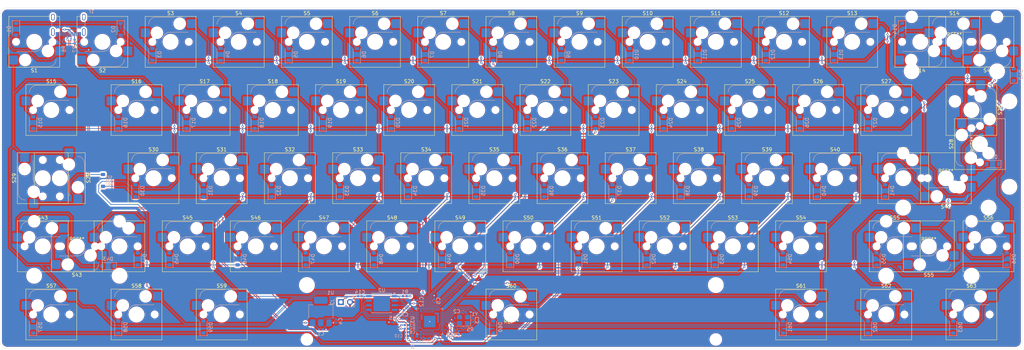
<source format=kicad_pcb>
(kicad_pcb (version 20240108) (generator "pcbnew") (generator_version "8.0")
  (layers (0 "F.Cu" signal) (31 "B.Cu" signal) (34 "B.Paste" user) (35 "F.Paste" user) (36 "B.SilkS" user "B.Silkscreen") (37 "F.SilkS" user "F.Silkscreen") (38 "B.Mask" user) (39 "F.Mask" user) (44 "Edge.Cuts" user))
  (net 0 "")
  (net 1 "GND")
  (net 2 "VBUS")
  (net 3 "/XIN")
  (net 4 "Net-(C3-Pad1)")
  (net 5 "+3V3")
  (net 6 "+1V1")
  (net 7 "Net-(D1-A)")
  (net 8 "row_0")
  (net 9 "Net-(D2-A)")
  (net 10 "Net-(D3-A)")
  (net 11 "Net-(D4-A)")
  (net 12 "Net-(D5-A)")
  (net 13 "Net-(D6-A)")
  (net 14 "Net-(D7-A)")
  (net 15 "Net-(D8-A)")
  (net 16 "Net-(D9-A)")
  (net 17 "Net-(D10-A)")
  (net 18 "Net-(D11-A)")
  (net 19 "Net-(D12-A)")
  (net 20 "Net-(D13-A)")
  (net 21 "Net-(D14-A)")
  (net 22 "Net-(D15-A)")
  (net 23 "row_1")
  (net 24 "Net-(D16-A)")
  (net 25 "Net-(D17-A)")
  (net 26 "Net-(D18-A)")
  (net 27 "Net-(D19-A)")
  (net 28 "Net-(D20-A)")
  (net 29 "Net-(D21-A)")
  (net 30 "Net-(D22-A)")
  (net 31 "Net-(D23-A)")
  (net 32 "Net-(D24-A)")
  (net 33 "Net-(D25-A)")
  (net 34 "Net-(D26-A)")
  (net 35 "Net-(D27-A)")
  (net 36 "row_2")
  (net 37 "Net-(D28-A)")
  (net 38 "Net-(D29-A)")
  (net 39 "Net-(D30-A)")
  (net 40 "Net-(D31-A)")
  (net 41 "Net-(D32-A)")
  (net 42 "Net-(D33-A)")
  (net 43 "Net-(D34-A)")
  (net 44 "Net-(D35-A)")
  (net 45 "Net-(D36-A)")
  (net 46 "Net-(D37-A)")
  (net 47 "Net-(D38-A)")
  (net 48 "Net-(D39-A)")
  (net 49 "Net-(D40-A)")
  (net 50 "Net-(D41-A)")
  (net 51 "row_3")
  (net 52 "Net-(D42-A)")
  (net 53 "Net-(D43-A)")
  (net 54 "Net-(D44-A)")
  (net 55 "Net-(D45-A)")
  (net 56 "Net-(D46-A)")
  (net 57 "Net-(D47-A)")
  (net 58 "Net-(D48-A)")
  (net 59 "Net-(D49-A)")
  (net 60 "Net-(D50-A)")
  (net 61 "Net-(D51-A)")
  (net 62 "Net-(D52-A)")
  (net 63 "Net-(D53-A)")
  (net 64 "Net-(D54-A)")
  (net 65 "Net-(D55-A)")
  (net 66 "row_4")
  (net 67 "Net-(D56-A)")
  (net 68 "Net-(D57-A)")
  (net 69 "Net-(D58-A)")
  (net 70 "Net-(D59-A)")
  (net 71 "Net-(D60-A)")
  (net 72 "Net-(D61-A)")
  (net 73 "Net-(D62-A)")
  (net 77 "Net-(J1-CC1)")
  (net 78 "/USB_D+")
  (net 81 "/USB_D-")
  (net 82 "Net-(J1-CC2)")
  (net 84 "/~{USB_BOOT}")
  (net 85 "/QSPI_SS")
  (net 86 "Net-(U3-USB_DP)")
  (net 87 "Net-(U3-USB_DM)")
  (net 88 "/XOUT")
  (net 89 "col_0")
  (net 90 "col_1")
  (net 91 "col_2")
  (net 92 "col_3")
  (net 93 "col_4")
  (net 94 "col_5")
  (net 95 "col_6")
  (net 96 "col_7")
  (net 97 "col_8")
  (net 98 "col_9")
  (net 99 "col_10")
  (net 100 "col_11")
  (net 101 "col_12")
  (net 102 "col_13")
  (net 103 "/QSPI_SD0")
  (net 104 "/QSPI_SD1")
  (net 105 "/QSPI_SCLK")
  (net 106 "/QSPI_SD3")
  (net 107 "/QSPI_SD2")
  (net 113 "/SWCLK")
  (net 116 "/SWD")
  (net 122 "Net-(D63-A)")
  (footprint "PCM_Mounting_Keyboard_Stabilizer:Stabilizer_Cherry_MX_7.00u" (layer "F.Cu") (at 171.45 114.3 180)
    (property "Reference" "REF**")
    (property "Value" "Stabilizer_Cherry_MX_7.00u")
  )
  (footprint "PCM_Switch_Keyboard_Hotswap_Kailh:SW_Hotswap_Kailh_MX_1.00u" (layer "F.Cu") (at 214.3125 95.25)
    (property "Reference" "S52")
    (property "Value" "MX1A")
  )
  (footprint "PCM_Switch_Keyboard_Hotswap_Kailh:SW_Hotswap_Kailh_MX_1.00u" (layer "F.Cu") (at 66.675 57.15)
    (property "Reference" "S16")
    (property "Value" "MX1A")
  )
  (footprint "PCM_Switch_Keyboard_Hotswap_Kailh:SW_Hotswap_Kailh_MX_1.25u_90deg" (layer "F.Cu") (at 40.48125 76.2 90)
    (property "Reference" "S29")
    (property "Value" "MX1A")
  )
  (footprint "PCM_Switch_Keyboard_Hotswap_Kailh:SW_Hotswap_Kailh_MX_1.00u" (layer "F.Cu") (at 209.55 38.1)
    (property "Reference" "S10")
    (property "Value" "MX1A")
  )
  (footprint "PCM_Switch_Keyboard_Hotswap_Kailh:SW_Hotswap_Kailh_MX_2.00u" (layer "F.Cu") (at 295.275 38.1)
    (property "Reference" "S14")
    (property "Value" "MX1A")
  )
  (footprint "PCM_Switch_Keyboard_Hotswap_Kailh:SW_Hotswap_Kailh_MX_1.50u" (layer "F.Cu") (at 300.0375 114.3)
    (property "Reference" "S63")
    (property "Value" "MX1A")
  )
  (footprint "PCM_Switch_Keyboard_Hotswap_Kailh:SW_Hotswap_Kailh_MX_1.00u" (layer "F.Cu") (at 219.075 57.15)
    (property "Reference" "S24")
    (property "Value" "MX1A")
  )
  (footprint "PCM_Switch_Keyboard_Hotswap_Kailh:SW_Hotswap_Kailh_MX_1.50u" (layer "F.Cu") (at 252.4125 114.3)
    (property "Reference" "S61")
    (property "Value" "MX1A")
  )
  (footprint "PCM_Switch_Keyboard_Hotswap_Kailh:SW_Hotswap_Kailh_MX_1.00u" (layer "F.Cu") (at 119.0625 95.25)
    (property "Reference" "S47")
    (property "Value" "MX1A")
  )
  (footprint "PCM_Switch_Keyboard_Hotswap_Kailh:SW_Hotswap_Kailh_MX_2.25u" (layer "F.Cu") (at 292.89375 76.2 180)
    (property "Reference" "S41")
    (property "Value" "MX1A")
  )
  (footprint "PCM_Switch_Keyboard_Hotswap_Kailh:SW_Hotswap_Kailh_MX_1.00u" (layer "F.Cu") (at 71.4375 76.2)
    (property "Reference" "S30")
    (property "Value" "MX1A")
  )
  (footprint "PCM_Switch_Keyboard_Hotswap_Kailh:SW_Hotswap_Kailh_MX_ISOEnter_90deg" (layer "F.Cu") (at 302.41875 66.675 90)
    (property "Reference" "S28")
    (property "Value" "MX1A")
  )
  (footprint "PCM_Switch_Keyboard_Hotswap_Kailh:SW_Hotswap_Kailh_MX_2.25u" (layer "F.Cu") (at 50.00625 95.25 180)
    (property "Reference" "S43")
    (property "Value" "MX1A")
  )
  (footprint "PCM_Switch_Keyboard_Hotswap_Kailh:SW_Hotswap_Kailh_MX_1.00u" (layer "F.Cu") (at 128.5875 76.2)
    (property "Reference" "S33")
    (property "Value" "MX1A")
  )
  (footprint "PCM_Switch_Keyboard_Hotswap_Kailh:SW_Hotswap_Kailh_MX_1.00u" (layer "F.Cu") (at 152.4 38.1)
    (property "Reference" "S7")
    (property "Value" "MX1A")
  )
  (footprint "PCM_Mounting_Keyboard_Stabilizer:Stabilizer_Cherry_MX_2.00u" (layer "F.Cu") (at 292.89375 76.2)
    (property "Reference" "REF**")
    (property "Value" "Stabilizer_Cherry_MX_2.00u")
  )
  (footprint "PCM_Switch_Keyboard_Hotswap_Kailh:SW_Hotswap_Kailh_MX_1.00u" (layer "F.Cu") (at 200.025 57.15)
    (property "Reference" "S23")
    (property "Value" "MX1A")
  )
  (footprint "PCM_Switch_Keyboard_Hotswap_Kailh:SW_Hotswap_Kailh_MX_1.00u" (layer "F.Cu") (at 257.175 57.15)
    (property "Reference" "S26")
    (property "Value" "MX1A")
  )
  (footprint "PCM_Switch_Keyboard_Hotswap_Kailh:SW_Hotswap_Kailh_MX_1.00u" (layer "F.Cu") (at 138.1125 95.25)
    (property "Reference" "S48")
    (property "Value" "MX1A")
  )
  (footprint "PCM_Switch_Keyboard_Hotswap_Kailh:SW_Hotswap_Kailh_MX_1.00u" (layer "F.Cu") (at 176.2125 95.25)
    (property "Reference" "S50")
    (property "Value" "MX1A")
  )
  (footprint "PCM_Switch_Keyboard_Hotswap_Kailh:SW_Hotswap_Kailh_MX_1.00u" (layer "F.Cu") (at 276.225 114.3)
    (property "Reference" "S62")
    (property "Value" "MX1A")
  )
  (footprint "PCM_Switch_Keyboard_Hotswap_Kailh:SW_Hotswap_Kailh_MX_1.75u" (layer "F.Cu") (at 278.60625 95.25)
    (property "Reference" "S55")
    (property "Value" "MX1A")
  )
  (footprint "PCM_Switch_Keyboard_Hotswap_Kailh:SW_Hotswap_Kailh_MX_1.50u" (layer "F.Cu") (at 300.0375 57.15 -90)
    (property "Reference" "S28")
    (property "Value" "MX1A")
  )
  (footprint "PCM_Mounting_Keyboard_Stabilizer:Stabilizer_Cherry_MX_2.00u" (layer "F.Cu") (at 288.13125 95.25)
    (property "Reference" "REF**")
    (property "Value" "Stabilizer_Cherry_MX_2.00u")
  )
  (footprint "PCM_Switch_Keyboard_Hotswap_Kailh:SW_Hotswap_Kailh_MX_1.75u_90deg" (layer "F.Cu") (at 45.24375 76.2 -90)
    (property "Reference" "S29")
    (property "Value" "MX1A")
  )
  (footprint "PCM_Switch_Keyboard_Hotswap_Kailh:SW_Hotswap_Kailh_MX_1.00u" (layer "F.Cu") (at 185.7375 76.2)
    (property "Reference" "S36")
    (property "Value" "MX1A")
  )
  (footprint "PCM_Mounting_Keyboard_Stabilizer:Stabilizer_Cherry_MX_2.00u" (layer "F.Cu") (at 295.275 38.1)
    (property "Reference" "REF**")
    (property "Value" "Stabilizer_Cherry_MX_2.00u")
  )
  (footprint "PCM_Switch_Keyboard_Hotswap_Kailh:SW_Hotswap_Kailh_MX_1.00u" (layer "F.Cu") (at 233.3625 95.25)
    (property "Reference" "S53")
    (property "Value" "MX1A")
  )
  (footprint "PCM_Switch_Keyboard_Hotswap_Kailh:SW_Hotswap_Kailh_MX_1.00u" (layer "F.Cu") (at 95.25 38.1)
    (property "Reference" "S4")
    (property "Value" "MX1A")
  )
  (footprint "PCM_Switch_Keyboard_Hotswap_Kailh:SW_Hotswap_Kailh_MX_1.00u" (layer "F.Cu") (at 228.6 38.1)
    (property "Reference" "S11")
    (property "Value" "MX1A")
  )
  (footprint "PCM_Switch_Keyboard_Hotswap_Kailh:SW_Hotswap_Kailh_MX_1.00u" (layer "F.Cu") (at 76.2 38.1)
    (property "Reference" "S3")
    (property "Value" "MX1A")
  )
  (footprint "PCM_Switch_Keyboard_Hotswap_Kailh:SW_Hotswap_Kailh_MX_1.00u" (layer "F.Cu") (at 204.7875 76.2)
    (property "Reference" "S37")
    (property "Value" "MX1A")
  )
  (footprint "PCM_Switch_Keyboard_Hotswap_Kailh:SW_Hotswap_Kailh_MX_1.00u" (layer "F.Cu") (at 276.225 57.15)
    (property "Reference" "S27")
    (property "Value" "MX1A")
  )
  (footprint "PCM_Switch_Keyboard_Hotswap_Kailh:SW_Hotswap_Kailh_MX_1.00u" (layer "F.Cu") (at 266.7 38.1)
    (property "Reference" "S13")
    (property "Value" "MX1A")
  )
  (footprint "PCM_Switch_Keyboard_Hotswap_Kailh:SW_Hotswap_Kailh_MX_1.00u" (layer "F.Cu") (at 157.1625 95.25)
    (property "Reference" "S49")
    (property "Value" "MX1A")
  )
  (footprint "PCM_Mounting_Keyboard_Stabilizer:Stabilizer_Cherry_MX_2.00u" (layer "F.Cu") (at 50.00625 95.25)
    (property "Reference" "REF**")
    (property "Value" "Stabilizer_Cherry_MX_2.00u")
  )
  (footprint "PCM_Switch_Keyboard_Hotswap_Kailh:SW_Hotswap_Kailh_MX_1.00u" (layer "F.Cu") (at 223.8375 76.2)
    (property "Reference" "S38")
    (property "Value" "MX1A")
  )
  (footprint "PCM_Switch_Keyboard_Hotswap_Kailh:SW_Hotswap_Kailh_MX_1.00u" (layer "F.Cu") (at 114.3 38.1)
    (property "Reference" "S5")
    (property "Value" "MX1A")
  )
  (footprint "PCM_Switch_Keyboard_Hotswap_Kailh:SW_Hotswap_Kailh_MX_1.00u" (layer "F.Cu") (at 252.4125 95.25)
    (property "Reference" "S54")
    (property "Value" "MX1A")
  )
  (footprint "PCM_Switch_Keyboard_Hotswap_Kailh:SW_Hotswap_Kailh_MX_1.00u" (layer "F.Cu") (at 280.9875 76.2)
    (property "Reference" "S41")
    (property "Value" "MX1A")
  )
  (footprint "PCM_Switch_Keyboard_Hotswap_Kailh:SW_Hotswap_Kailh_MX_1.00u" (layer "F.Cu") (at 38.1 38.1 180)
    (property "Reference" "S1")
    (property "Value" "MX1A")
  )
  (footprint "PCM_Switch_Keyboard_Hotswap_Kailh:SW_Hotswap_Kailh_MX_1.00u" (layer "F.Cu") (at 242.8875 76.2)
    (property "Reference" "S39")
    (property "Value" "MX1A")
  )
  (footprint "PCM_Switch_Keyboard_Hotswap_Kailh:SW_Hotswap_Kailh_MX_1.00u" (layer "F.Cu") (at 171.45 38.1)
    (property "Reference" "S8")
    (property "Value" "MX1A")
  )
  (footprint "PCM_Switch_Keyboard_Hotswap_Kailh:SW_Hotswap_Kailh_MX_1.00u" (layer "F.Cu") (at 190.5 38.1)
    (property "Reference" "S9")
    (property "Value" "MX1A")
  )
  (footprint "PCM_Switch_Keyboard_Hotswap_Kailh:SW_Hotswap_Kailh_MX_1.50u" (layer "F.Cu") (at 90.4875 114.3)
    (property "Reference" "S59")
    (property "Value" "MX1A")
  )
  (footprint "PCM_Switch_Keyboard_Hotswap_Kailh:SW_Hotswap_Kailh_MX_1.00u" (layer "F.Cu") (at 109.5375 76.2)
    (property "Reference" "S32")
    (property "Value" "MX1A")
  )
  (footprint "PCM_Switch_Keyboard_Hotswap_Kailh:SW_Hotswap_Kailh_MX_1.00u" (layer "F.Cu") (at 85.725 57.15)
    (property "Reference" "S17")
    (property "Value" "MX1A")
  )
  (footprint "PCM_Switch_Keyboard_Hotswap_Kailh:SW_Hotswap_Kailh_MX_1.00u" (layer "F.Cu") (at 57.15 38.1 180)
    (property "Reference" "S2")
    (property "Value" "MX1A")
  )
  (footprint "PCM_Switch_Keyboard_Hotswap_Kailh:SW_Hotswap_Kailh_MX_1.00u" (layer "F.Cu") (at 66.675 114.3)
    (property "Reference" "S58")
    (property "Value" "MX1A")
  )
  (footprint "PCM_Switch_Keyboard_Hotswap_Kailh:SW_Hotswap_Kailh_MX_1.00u" (layer "F.Cu") (at 285.75 38.1 180)
    (property "Reference" "S14")
    (property "Value" "MX1A")
  )
  (footprint "PCM_Switch_Keyboard_Hotswap_Kailh:SW_Hotswap_Kailh_MX_1.50u" (layer "F.Cu") (at 42.8625 57.15)
    (property "Reference" "S15")
    (property "Value" "MX1A")
  )
  (footprint "PCM_Switch_Keyboard_Hotswap_Kailh:SW_Hotswap_Kailh_MX_1.00u" (layer "F.Cu") (at 195.2625 95.25)
    (property "Reference" "S51")
    (property "Value" "MX1A")
  )
  (footprint "PCM_Switch_Keyboard_Hotswap_Kailh:SW_Hotswap_Kailh_MX_1.00u" (layer "F.Cu") (at 147.6375 76.2)
    (property "Reference" "S34")
    (property "Value" "MX1A")
  )
  (footprint "PCM_Switch_Keyboard_Hotswap_Kailh:SW_Hotswap_Kailh_MX_1.00u" (layer "F.Cu") (at 261.9375 76.2)
    (property "Reference" "S40")
    (property "Value" "MX1A")
  )
  (footprint "PCM_Switch_Keyboard_Hotswap_Kailh:SW_Hotswap_Kailh_MX_1.00u" (layer "F.Cu") (at 247.65 38.1)
    (property "Reference" "S12")
    (property "Value" "MX1A")
  )
  (footprint "PCM_Switch_Keyboard_Hotswap_Kailh:SW_Hotswap_Kailh_MX_1.50u" (layer "F.Cu") (at 42.8625 114.3)
    (property "Reference" "S57")
    (property "Value" "MX1A")
  )
  (footprint "PCM_Switch_Keyboard_Hotswap_Kailh:SW_Hotswap_Kailh_MX_1.00u" (layer "F.Cu") (at 104.775 57.15)
    (property "Reference" "S18")
    (property "Value" "MX1A")
  )
  (footprint "PCM_Switch_Keyboard_Hotswap_Kailh:SW_Hotswap_Kailh_MX_1.00u" (layer "F.Cu") (at 166.6875 76.2)
    (property "Reference" "S35")
    (property "Value" "MX1A")
  )
  (footprint "PCM_Switch_Keyboard_Hotswap_Kailh:SW_Hotswap_Kailh_MX_1.00u" (layer "F.Cu") (at 80.9625 95.25)
    (property "Reference" "S45")
    (property "Value" "MX1A")
  )
  (footprint "PCM_Switch_Keyboard_Hotswap_Kailh:SW_Hotswap_Kailh_MX_1.00u" (layer "F.Cu") (at 161.925 57.15)
    (property "Reference" "S21")
    (property "Value" "MX1A")
  )
  (footprint "PCM_Switch_Keyboard_Hotswap_Kailh:SW_Hotswap_Kailh_MX_1.00u" (layer "F.Cu") (at 180.975 57.15)
    (property "Reference" "S22")
    (property "Value" "MX1A")
  )
  (footprint "PCM_Mounting_Keyboard_Stabilizer:Stabilizer_Cherry_MX_2.00u" (layer "F.Cu") (at 302.41875 66.675 90)
    (property "Reference" "REF**")
    (property "Value" "Stabilizer_Cherry_MX_2.00u")
  )
  (footprint "PCM_Switch_Keyboard_Hotswap_Kailh:SW_Hotswap_Kailh_MX_1.00u" (layer "F.Cu") (at 304.8 95.25)
    (property "Reference" "S56")
    (property "Value" "MX1A")
  )
  (footprint "PCM_Switch_Keyboard_Hotswap_Kailh:SW_Hotswap_Kailh_MX_1.00u" (layer "F.Cu") (at 304.8 38.1 180)
    (property "Reference" "S42")
    (property "Value" "MX1A")
  )
  (footprint "PCM_Switch_Keyboard_Hotswap_Kailh:SW_Hotswap_Kailh_MX_7.00u" (layer "F.Cu") (at 171.45 114.3)
    (property "Reference" "S60")
    (property "Value" "MX1A")
  )
  (footprint "PCM_Switch_Keyboard_Hotswap_Kailh:SW_Hotswap_Kailh_MX_1.00u" (layer "F.Cu") (at 100.0125 95.25)
    (property "Reference" "S46")
    (property "Value" "MX1A")
  )
  (footprint "PCM_Switch_Keyboard_Hotswap_Kailh:SW_Hotswap_Kailh_MX_2.75u" (layer "F.Cu") (at 288.13125 95.25 180)
    (property "Reference" "S55")
    (property "Value" "MX1A")
  )
  (footprint "PCM_Switch_Keyboard_Hotswap_Kailh:SW_Hotswap_Kailh_MX_1.00u" (layer "F.Cu") (at 123.825 57.15)
    (property "Reference" "S19")
    (property "Value" "MX1A")
  )
  (footprint "PCM_Switch_Keyboard_Hotswap_Kailh:SW_Hotswap_Kailh_MX_1.00u" (layer "F.Cu") (at 61.9125 95.25)
    (property "Reference" "S44")
    (property "Value" "MX1A")
  )
  (footprint "PCM_Switch_Keyboard_Hotswap_Kailh:SW_Hotswap_Kailh_MX_1.00u" (layer "F.Cu") (at 142.875 57.15)
    (property "Reference" "S20")
    (property "Value" "MX1A")
  )
  (footprint "PCM_Switch_Keyboard_Hotswap_Kailh:SW_Hotswap_Kailh_MX_1.25u" (layer "F.Cu") (at 40.48125 95.25)
    (property "Reference" "S43")
    (property "Value" "MX1A")
  )
  (footprint "PCM_Switch_Keyboard_Hotswap_Kailh:SW_Hotswap_Kailh_MX_1.00u" (layer "F.Cu") (at 133.35 38.1)
    (property "Reference" "S6")
    (property "Value" "MX1A")
  )
  (footprint "PCM_Switch_Keyboard_Hotswap_Kailh:SW_Hotswap_Kailh_MX_1.00u" (layer "F.Cu") (at 90.4875 76.2)
    (property "Reference" "S31")
    (property "Value" "MX1A")
  )
  (footprint "PCM_Switch_Keyboard_Hotswap_Kailh:SW_Hotswap_Kailh_MX_1.00u" (layer "F.Cu") (at 238.125 57.15)
    (property "Reference" "S25")
    (property "Value" "MX1A")
  )
  (footprint "Capacitor_SMD:C_0402_1005Metric" (layer "B.Cu") (at 118.1875 118.475)
    (property "Reference" "C1")
    (property "Value" "10u")
  )
  (footprint "Diode_SMD:D_SOD-123" (layer "B.Cu") (at 256.8575 79.73 90)
    (property "Reference" "D40")
    (property "Value" "DIODE")
  )
  (footprint "Diode_SMD:D_SOD-123" (layer "B.Cu") (at 37.7825 117.83 90)
    (property "Reference" "D57")
    (property "Value" "DIODE")
  )
  (footprint "Resistor_SMD:R_0402_1005Metric" (layer "B.Cu") (at 46.375 38.03 -90)
    (property "Reference" "R6")
    (property "Value" "5K1")
  )
  (footprint "Diode_SMD:D_SOD-123" (layer "B.Cu") (at 242.57 41.63 90)
    (property "Reference" "D12")
    (property "Value" "DIODE")
  )
  (footprint "Diode_SMD:D_SOD-123" (layer "B.Cu") (at 199.7075 79.73 90)
    (property "Reference" "D37")
    (property "Value" "DIODE")
  )
  (footprint "Diode_SMD:D_SOD-123" (layer "B.Cu") (at 175.895 60.68 90)
    (property "Reference" "D22")
    (property "Value" "DIODE")
  )
  (footprint "Diode_SMD:D_SOD-123" (layer "B.Cu") (at 233.045 60.68 90)
    (property "Reference" "D25")
    (property "Value" "DIODE")
  )
  (footprint "Diode_SMD:D_SOD-123" (layer "B.Cu") (at 61.595 60.68 90)
    (property "Reference" "D16")
    (property "Value" "DIODE")
  )
  (footprint "Diode_SMD:D_SOD-123" (layer "B.Cu") (at 294.9575 117.83 90)
    (property "Reference" "D63")
    (property "Value" "DIODE")
  )
  (footprint "Capacitor_SMD:C_0402_1005Metric" (layer "B.Cu") (at 156.2075 119.875)
    (property "Reference" "C6")
    (property "Value" "100n")
  )
  (footprint "Resistor_SMD:R_0402_1005Metric" (layer "B.Cu") (at 142.2 117.275)
    (property "Reference" "R3")
    (property "Value" "27.4")
  )
  (footprint "Capacitor_SMD:C_0402_1005Metric" (layer "B.Cu") (at 146.825 120.975)
    (property "Reference" "C13")
    (property "Value" "100n")
  )
  (footprint "Diode_SMD:D_SOD-123" (layer "B.Cu") (at 213.995 60.68 90)
    (property "Reference" "D24")
    (property "Value" "DIODE")
  )
  (footprint "Diode_SMD:D_SOD-123" (layer "B.Cu") (at 156.845 60.68 90)
    (property "Reference" "D21")
    (property "Value" "DIODE")
  )
  (footprint "Diode_SMD:D_SOD-123" (layer "B.Cu") (at 66.9925 98.78 90)
    (property "Reference" "D44")
    (property "Value" "DIODE")
  )
  (footprint "Diode_SMD:D_SOD-123" (layer "B.Cu") (at 194.945 60.68 90)
    (property "Reference" "D23")
    (property "Value" "DIODE")
  )
  (footprint "Diode_SMD:D_SOD-123" (layer "B.Cu") (at 311.885 47.29 90)
    (property "Reference" "D42")
    (property "Value" "DIODE")
  )
  (footprint "Diode_SMD:D_SOD-123" (layer "B.Cu") (at 180.6575 79.73 90)
    (property "Reference" "D36")
    (property "Value" "DIODE")
  )
  (footprint "Diode_SMD:D_SOD-123" (layer "B.Cu") (at 57.325 76.825 90)
    (property "Reference" "D29")
    (property "Value" "DIODE")
  )
  (footprint "Resistor_SMD:R_0402_1005Metric" (layer "B.Cu") (at 142.2 118.275)
    (property "Reference" "R4")
    (property "Value" "27.4")
  )
  (footprint "Capacitor_SMD:C_0402_1005Metric" (layer "B.Cu") (at 142.2 119.275 180)
    (property "Reference" "C8")
    (property "Value" "1u")
  )
  (footprint "Capacitor_SMD:C_0402_1005Metric" (layer "B.Cu") (at 156.2075 118.875)
    (property "Reference" "C9")
    (property "Value" "100n")
  )
  (footprint "Connector_PinHeader_2.54mm:PinHeader_1x02_P2.54mm_Vertical" (layer "B.Cu") (at 123.8 110.825 -90)
    (property "Reference" "J2")
    (property "Value" "Conn_01x02")
  )
  (footprint "Resistor_SMD:R_0402_1005Metric" (layer "B.Cu") (at 141.6875 109.185 180)
    (property "Reference" "R1")
    (property "Value" "1k")
  )
  (footprint "Diode_SMD:D_SOD-123" (layer "B.Cu") (at 94.9325 98.78 90)
    (property "Reference" "D46")
    (property "Value" "DIODE")
  )
  (footprint "Diode_SMD:D_SOD-123" (layer "B.Cu") (at 171.1325 98.78 90)
    (property "Reference" "D50")
    (property "Value" "DIODE")
  )
  (footprint "Diode_SMD:D_SOD-123" (layer "B.Cu") (at 62.23 34.57 -90)
    (property "Reference" "D2")
    (property "Value" "DIODE")
  )
  (footprint "Diode_SMD:D_SOD-123" (layer "B.Cu") (at 218.7575 79.73 90)
    (property "Reference" "D38")
    (property "Value" "DIODE")
  )
  (footprint "Diode_SMD:D_SOD-123" (layer "B.Cu") (at 33.02 34.57 -90)
    (property "Reference" "D1")
    (property "Value" "DIODE")
  )
  (footprint "Package_SO:SOIC-8_5.23x5.23mm_P1.27mm" (layer "B.Cu") (at 135.225 111.09 180)
    (property "Reference" "U2")
    (property "Value" "W25Q128JVS")
  )
  (footprint "Diode_SMD:D_SOD-123" (layer "B.Cu") (at 252.095 60.68 90)
    (property "Reference" "D26")
    (property "Value" "DIODE")
  )
  (footprint "Diode_SMD:D_SOD-123" (layer "B.Cu") (at 309.88 98.78 90)
    (property "Reference" "D56")
    (property "Value" "DIODE")
  )
  (footprint "Diode_SMD:D_SOD-123" (layer "B.Cu") (at 61.595 117.83 90)
    (property "Reference" "D58")
    (property "Value" "DIODE")
  )
  (footprint "Capacitor_SMD:C_0402_1005Metric" (layer "B.Cu") (at 141.6875 115.475 180)
    (property "Reference" "C7")
    (property "Value" "100n")
  )
  (footprint "Diode_SMD:D_SOD-123" (layer "B.Cu") (at 152.0825 98.78 90)
    (property "Reference" "D49")
    (property "Value" "DIODE")
  )
  (footprint "Diode_SMD:D_SOD-123" (layer "B.Cu") (at 247.3325 117.83 90)
    (property "Reference" "D61")
    (property "Value" "DIODE")
  )
  (footprint "Capacitor_SMD:C_0402_1005Metric" (layer "B.Cu") (at 149.875 110.475 90)
    (property "Reference" "C5")
    (property "Value" "100n")
  )
  (footprint "Capacitor_SMD:C_0402_1005Metric" (layer "B.Cu") (at 158.075 113.625)
    (property "Reference" "C2")
    (property "Value" "20p")
  )
  (footprint "Diode_SMD:D_SOD-123" (layer "B.Cu") (at 80.645 60.68 90)
    (property "Reference" "D17")
    (property "Value" "DIODE")
  )
  (footprint "Diode_SMD:D_SOD-123" (layer "B.Cu") (at 58.74125 100.79 180)
    (property "Reference" "D43")
    (property "Value" "DIODE")
  )
  (footprint "Crystal:Crystal_SMD_3225-4Pin_3.2x2.5mm" (layer "B.Cu") (at 158.075 115.875 180)
    (property "Reference" "Y1")
    (property "Value" "Crystal_GND24")
  )
  (footprint "Package_TO_SOT_SMD:SOT-223" (layer "B.Cu") (at 118.1875 113.475 90)
    (property "Reference" "U1")
    (property "Value" "TLV1117-33")
  )
  (footprint "Diode_SMD:D_SOD-123" (layer "B.Cu") (at 204.47 41.63 90)
    (property "Reference" "D10")
    (property "Value" "DIODE")
  )
  (footprint "Diode_SMD:D_SOD-123" (layer "B.Cu") (at 209.2325 98.78 90)
    (property "Reference" "D52")
    (property "Value" "DIODE")
  )
  (footprint "Diode_SMD:D_SOD-123" (layer "B.Cu") (at 261.62 41.63 90)
    (property "Reference" "D13")
    (property "Value" "DIODE")
  )
  (footprint "Diode_SMD:D_SOD-123" (layer "B.Cu") (at 99.695 60.68 90)
    (property "Reference" "D18")
    (property "Value" "DIODE")
  )
  (footprint "Diode_SMD:D_SOD-123" (layer "B.Cu") (at 305.94875 72.255 180)
    (property "Reference" "D28")
    (property "Value" "DIODE")
  )
  (footprint "Diode_SMD:D_SOD-123" (layer "B.Cu") (at 166.37 117.83 90)
    (property "Reference" "D60")
    (property "Value" "DIODE")
  )
  (footprint "Diode_SMD:D_SOD-123" (layer "B.Cu") (at 123.5075 79.73 90)
    (property "Reference" "D33")
    (property "Value" "DIODE")
  )
  (footprint "Diode_SMD:D_SOD-123" (layer "B.Cu") (at 137.795 60.68 90)
    (property "Reference" "D20")
    (property "Value" "DIODE")
  )
  (footprint "Capacitor_SMD:C_0402_1005Metric" (layer "B.Cu") (at 129.125 109.185 180)
    (property "Reference" "C14")
    (property "Value" "100n")
  )
  (footprint "Diode_SMD:D_SOD-123" (layer "B.Cu") (at 118.745 60.68 90)
    (property "Reference" "D19")
    (property "Value" "DIODE")
  )
  (footprint "Diode_SMD:D_SOD-123" (layer "B.Cu") (at 104.4575 79.73 90)
    (property "Reference" "D32")
    (property "Value" "DIODE")
  )
  (footprint "Diode_SMD:D_SOD-123" (layer "B.Cu") (at 271.145 60.68 90)
    (property "Reference" "D27")
    (property "Value" "DIODE")
  )
  (footprint "Capacitor_SMD:C_0402_1005Metric" (layer "B.Cu") (at 143.825 120.755 -90)
    (property "Reference" "C11")
    (property "Value" "100n")
  )
  (footprint "Diode_SMD:D_SOD-123" (layer "B.Cu") (at 37.7825 60.68 90)
    (property "Reference" "D15")
    (property "Value" "DIODE")
  )
  (footprint "Diode_SMD:D_SOD-123" (layer "B.Cu") (at 75.8825 98.78 90)
    (property "Reference" "D45")
    (property "Value" "DIODE")
  )
  (footprint "Diode_SMD:D_SOD-123" (layer "B.Cu") (at 128.27 41.63 90)
    (property "Reference" "D6")
    (property "Value" "DIODE")
  )
  (footprint "Resistor_SMD:R_0402_1005Metric" (layer "B.Cu") (at 49.375 38.03 -90)
    (property "Reference" "R7")
    (property "Value" "5K1")
  )
  (footprint "Diode_SMD:D_SOD-123" (layer "B.Cu") (at 85.4075 117.83 90)
    (property "Reference" "D59")
    (property "Value" "DIODE")
  )
  (footprint "Diode_SMD:D_SOD-123" (layer "B.Cu") (at 161.6075 79.73 90)
    (property "Reference" "D35")
    (property "Value" "DIODE")
  )
  (footprint "Diode_SMD:D_SOD-123" (layer "B.Cu") (at 71.12 41.63 90)
    (property "Reference" "D3")
    (property "Value" "DIODE")
  )
  (footprint "Diode_SMD:D_SOD-123" (layer "B.Cu") (at 185.42 41.63 90)
    (property "Reference" "D9")
    (property "Value" "DIODE")
  )
  (footprint "Capacitor_SMD:C_0402_1005Metric" (layer "B.Cu") (at 145.1875 110.725 90)
    (property "Reference" "C12")
    (property "Value" "100n")
  )
  (footprint "Diode_SMD:D_SOD-123" (layer "B.Cu") (at 237.8075 79.73 90)
    (property "Reference" "D39")
    (property "Value" "DIODE")
  )
  (footprint "Capacitor_SMD:C_0402_1005Metric" (layer "B.Cu") (at 160.725 115.875 90)
    (property "Reference" "C3")
    (property "Value" "20p")
  )
  (footprint "Capacitor_SMD:C_0402_1005Metric" (layer "B.Cu") (at 122.4375 116.145 -90)
    (property "Reference" "C4")
    (property "Value" "10u")
  )
  (footprint "Capacitor_SMD:C_0402_1005Metric" (layer "B.Cu") (at 148.825 120.975 180)
    (property "Reference" "C16")
    (property "Value" "100n")
  )
  (footprint "Diode_SMD:D_SOD-123" (layer "B.Cu") (at 133.0325 98.78 90)
    (property "Reference" "D48")
    (property "Value" "DIODE")
  )
  (footprint "Diode_SMD:D_SOD-123" (layer "B.Cu") (at 85.4075 79.73 90)
    (property "Reference" "D31")
    (property "Value" "DIODE")
  )
  (footprint "Diode_SMD:D_SOD-123" (layer "B.Cu") (at 109.22 41.63 90)
    (property "Reference" "D5")
    (property "Value" "DIODE")
  )
  (footprint "Diode_SMD:D_SOD-123" (layer "B.Cu") (at 166.37 41.63 90)
    (property "Reference" "D8")
    (property "Value" "DIODE")
  )
  (footprint "Connector_USB:USB_C_Receptacle_GCT_USB4105-xx-A_16P_TopMnt_Horizontal" (layer "B.Cu") (at 47.625 32.25)
    (property "Reference" "J1")
    (property "Value" "USB_C_Receptacle_USB2.0_16P")
  )
  (footprint "Capacitor_SMD:C_0402_1005Metric" (layer "B.Cu") (at 138.6875 116.475 180)
    (property "Reference" "C15")
    (property "Value" "100n")
  )
  (footprint "Diode_SMD:D_SOD-123" (layer "B.Cu") (at 223.52 41.63 90)
    (property "Reference" "D11")
    (property "Value" "DIODE")
  )
  (footprint "Diode_SMD:D_SOD-123" (layer "B.Cu") (at 190.1825 98.78 90)
    (property "Reference" "D51")
    (property "Value" "DIODE")
  )
  (footprint "Diode_SMD:D_SOD-123" (layer "B.Cu") (at 228.2825 98.78 90)
    (property "Reference" "D53")
    (property "Value" "DIODE")
  )
  (footprint "Diode_SMD:D_SOD-123" (layer "B.Cu") (at 275.9075 79.73 90)
    (property "Reference" "D41")
    (property "Value" "DIODE")
  )
  (footprint "Diode_SMD:D_SOD-123" (layer "B.Cu") (at 66.3575 79.73 90)
    (property "Reference" "D30")
    (property "Value" "DIODE")
  )
  (footprint "Package_DFN_QFN:QFN-56-1EP_7x7mm_P0.4mm_EP3.2x3.2mm" (layer "B.Cu") (at 148.6375 116.275 -90)
    (property "Reference" "U3")
    (property "Value" "RP2040")
  )
  (footprint "Diode_SMD:D_SOD-123" (layer "B.Cu") (at 113.9825 98.78 90)
    (property "Reference" "D47")
    (property "Value" "DIODE")
  )
  (footprint "Diode_SMD:D_SOD-123" (layer "B.Cu") (at 147.32 41.63 90)
    (property "Reference" "D7")
    (property "Value" "DIODE")
  )
  (footprint "Resistor_SMD:R_0402_1005Metric" (layer "B.Cu") (at 158.075 118.125 180)
    (property "Reference" "R5")
    (property "Value" "1k")
  )
  (footprint "Diode_SMD:D_SOD-123" (layer "B.Cu") (at 247.3325 98.78 90)
    (property "Reference" "D54")
    (property "Value" "DIODE")
  )
  (footprint "Diode_SMD:D_SOD-123" (layer "B.Cu") (at 280.67 34.57 -90)
    (property "Reference" "D14")
    (property "Value" "DIODE")
  )
  (footprint "Diode_SMD:D_SOD-123" (layer "B.Cu") (at 142.5575 79.73 90)
    (property "Reference" "D34")
    (property "Value" "DIODE")
  )
  (footprint "Diode_SMD:D_SOD-123" (layer "B.Cu") (at 273.52625 98.78 90)
    (property "Reference" "D55")
    (property "Value" "DIODE")
  )
  (footprint "Diode_SMD:D_SOD-123" (layer "B.Cu") (at 271.145 117.83 90)
    (property "Reference" "D62")
    (property "Value" "DIODE")
  )
  (footprint "Diode_SMD:D_SOD-123" (layer "B.Cu") (at 90.17 41.63 90)
    (property "Reference" "D4")
    (property "Value" "DIODE")
  )
  (footprint "Capacitor_SMD:C_0402_1005Metric" (layer "B.Cu") (at 142.2 120.275 180)
    (property "Reference" "C10")
    (property "Value" "1u")
  )
  (gr_arc (start 312.325 28.575) (mid 313.739214 29.160786) (end 314.325 30.575) (stroke (width 0.05)) (layer "Edge.Cuts"))
  (gr_line (start 312.325 123.825) (end 30.575 123.825) (stroke (width 0.05)) (layer "Edge.Cuts"))
  (gr_line (start 30.575 28.575) (end 312.325 28.575) (stroke (width 0.05)) (layer "Edge.Cuts"))
  (gr_arc (start 28.575 30.575) (mid 29.160786 29.160786) (end 30.575 28.575) (stroke (width 0.05)) (layer "Edge.Cuts"))
  (gr_arc (start 314.325 121.825) (mid 313.739214 123.239214) (end 312.325 123.825) (stroke (width 0.05)) (layer "Edge.Cuts"))
  (gr_arc (start 30.575 123.825) (mid 29.160786 123.239214) (end 28.575 121.825) (stroke (width 0.05)) (layer "Edge.Cuts"))
  (gr_line (start 314.325 30.575) (end 314.325 121.825) (stroke (width 0.05)) (layer "Edge.Cuts"))
  (gr_line (start 28.575 121.825) (end 28.575 30.575) (stroke (width 0.05)) (layer "Edge.Cuts"))
  (via (at 137.2075 116.475) (size 0.6) (drill 0.3) (layers "F.Cu" "B.Cu") (net 1))
  (via (at 119.6675 118.475) (size 0.6) (drill 0.3) (layers "F.Cu" "B.Cu") (net 1))
  (via (at 53.325 40.325) (size 0.6) (drill 0.3) (layers "F.Cu" "B.Cu") (net 1))
  (via (at 149.875 108.995) (size 0.6) (drill 0.3) (layers "F.Cu" "B.Cu") (net 1))
  (via (at 141.72 121.275) (size 0.6) (drill 0.3) (layers "F.Cu" "B.Cu") (net 1))
  (via (at 144.1875 110.245) (size 0.6) (drill 0.3) (layers "F.Cu" "B.Cu") (net 1))
  (via (at 148.6375 116.275) (size 0.6) (drill 0.3) (layers "F.Cu" "B.Cu") (net 1))
  (via (at 145.075 121.585) (size 0.6) (drill 0.3) (layers "F.Cu" "B.Cu") (net 1))
  (via (at 140.2075 115.475) (size 0.6) (drill 0.3) (layers "F.Cu" "B.Cu") (net 1))
  (via (at 154.740861 115.757668) (size 0.6) (drill 0.3) (layers "F.Cu" "B.Cu") (net 1))
  (via (at 140.325 112.995) (size 0.6) (drill 0.3) (layers "F.Cu" "B.Cu") (net 1))
  (via (at 160.125 113.625) (size 0.6) (drill 0.3) (layers "F.Cu" "B.Cu") (net 1))
  (segment (start 145.1875 110.245) (end 144.1875 110.245) (width 0.2) (layer "B.Cu") (net 1))
  (segment (start 159.515 113.015) (end 160.125 113.625) (width 0.2) (layer "B.Cu") (net 1))
  (segment (start 160.125 113.625) (end 158.555 113.625) (width 0.2) (layer "B.Cu") (net 1))
  (segment (start 44.425 36.59) (end 46.375 38.54) (width 0.2) (layer "B.Cu") (net 1))
  (segment (start 50.825 37.09) (end 49.375 38.54) (width 0.2) (layer "B.Cu") (net 1))
  (segment (start 155.708193 116.725) (end 154.740861 115.757668) (width 0.2) (layer "B.Cu") (net 1))
  (segment (start 141.72 119.275) (end 141.72 120.275) (width 0.2) (layer "B.Cu") (net 1))
  (segment (start 153.809314 115.275) (end 156.069314 113.015) (width 0.2) (layer "B.Cu") (net 1))
  (segment (start 127.98 109.185) (end 126.34 110.825) (width 0.2) (layer "B.Cu") (net 1))
  (segment (start 120.4875 116.655) (end 118.6675 118.475) (width 0.2) (layer "B.Cu") (net 1))
  (segment (start 128.645 109.185) (end 127.98 109.185) (width 0.2) (layer "B.Cu") (net 1))
  (segment (start 137.2075 116.475) (end 138.2075 116.475) (width 0.2) (layer "B.Cu") (net 1))
  (segment (start 148.345 120.975) (end 147.305 120.975) (width 0.2) (layer "B.Cu") (net 1))
  (segment (start 138.825 112.995) (end 140.325 112.995) (width 0.2) (layer "B.Cu") (net 1))
  (segment (start 156.6875 118.875) (end 159.141134 118.875) (width 0.2) (layer "B.Cu") (net 1))
  (segment (start 160.355 115.025) (end 160.725 115.395) (width 0.2) (layer "B.Cu") (net 1))
  (segment (start 144.175 121.585) (end 143.825 121.235) (width 0.2) (layer "B.Cu") (net 1))
  (segment (start 141.72 121.275) (end 141.72 120.275) (width 0.2) (layer "B.Cu") (net 1))
  (segment (start 156.975 116.725) (end 155.708193 116.725) (width 0.2) (layer "B.Cu") (net 1))
  (segment (start 161.335 114.835) (end 160.125 113.625) (width 0.2) (layer "B.Cu") (net 1))
  (segment (start 159.141134 118.875) (end 161.335 116.681134) (width 0.2) (layer "B.Cu") (net 1))
  (segment (start 50.825 35.93) (end 50.825 37.09) (width 0.2) (layer "B.Cu") (net 1))
  (segment (start 49.375 38.54) (end 51.16 40.325) (width 0.2) (layer "B.Cu") (net 1))
  (segment (start 161.335 116.681134) (end 161.335 114.835) (width 0.2) (layer "B.Cu") (net 1))
  (segment (start 159.175 115.025) (end 159.175 114.245) (width 0.2) (layer "B.Cu") (net 1))
  (segment (start 120.4875 116.625) (end 120.4875 116.655) (width 0.2) (layer "B.Cu") (net 1))
  (segment (start 149.875 109.995) (end 149.875 108.995) (width 0.2) (layer "B.Cu") (net 1))
  (segment (start 46.375 38.54) (end 49.375 38.54) (width 0.2) (layer "B.Cu") (net 1))
  (segment (start 140.2075 115.475) (end 141.2075 115.475) (width 0.2) (layer "B.Cu") (net 1))
  (segment (start 159.175 115.025) (end 160.355 115.025) (width 0.2) (layer "B.Cu") (net 1))
  (segment (start 159.175 114.245) (end 158.555 113.625) (width 0.2) (layer "B.Cu") (net 1))
  (segment (start 152.075 115.275) (end 153.809314 115.275) (width 0.2) (layer "B.Cu") (net 1))
  (segment (start 44.425 35.93) (end 44.425 36.59) (width 0.2) (layer "B.Cu") (net 1))
  (segment (start 156.069314 113.015) (end 159.515 113.015) (width 0.2) (layer "B.Cu") (net 1))
  (segment (start 122.4375 116.625) (end 120.4875 116.625) (width 0.2) (layer "B.Cu") (net 1))
  (segment (start 146.695 121.585) (end 144.175 121.585) (width 0.2) (layer "B.Cu") (net 1))
  (segment (start 51.16 40.325) (end 53.325 40.325) (width 0.2) (layer "B.Cu") (net 1))
  (segment (start 118.6675 118.475) (end 119.6675 118.475) (width 0.2) (layer "B.Cu") (net 1))
  (segment (start 147.305 120.975) (end 146.695 121.585) (width 0.2) (layer "B.Cu") (net 1))
  (segment (start 156.6875 119.875) (end 156.6875 118.875) (width 0.2) (layer "B.Cu") (net 1))
  (segment (start 90.825 87.325) (end 90.825 94.825) (width 0.2) (layer "F.Cu") (net 2))
  (segment (start 62.575 82.575) (end 86.075 82.575) (width 0.2) (layer "F.Cu") (net 2))
  (segment (start 59.825 79.825) (end 62.575 82.575) (width 0.2) (layer "F.Cu") (net 2))
  (segment (start 59.825 67.575) (end 59.825 79.825) (width 0.2) (layer "F.Cu") (net 2))
  (segment (start 112.625 116.625) (end 113.8875 116.625) (width 0.2) (layer "F.Cu") (net 2))
  (segment (start 49.391943 36.391943) (end 49.391943 44.641943) (width 0.2) (layer "F.Cu") (net 2))
  (segment (start 56.075 63.825) (end 59.825 67.575) (width 0.2) (layer "F.Cu") (net 2))
  (segment (start 46.575 34.655) (end 47.655 34.655) (width 0.2) (layer "F.Cu") (net 2))
  (segment (start 49.391943 44.641943) (end 56.075 51.325) (width 0.2) (layer "F.Cu") (net 2))
  (segment (start 86.075 82.575) (end 90.825 87.325) (width 0.2) (layer "F.Cu") (net 2))
  (segment (start 47.655 34.655) (end 49.391943 36.391943) (width 0.2) (layer "F.Cu") (net 2))
  (segment (start 90.825 94.825) (end 112.625 116.625) (width 0.2) (layer "F.Cu") (net 2))
  (segment (start 56.075 51.325) (end 56.075 63.825) (width 0.2) (layer "F.Cu") (net 2))
  (via (at 113.8875 116.625) (size 0.6) (drill 0.3) (layers "F.Cu" "B.Cu") (net 2))
  (via (at 46.575 34.655) (size 0.6) (drill 0.3) (layers "F.Cu" "B.Cu") (net 2))
  (segment (start 115.8875 116.625) (end 115.8875 116.655) (width 0.2) (layer "B.Cu") (net 2))
  (segment (start 115.8875 116.625) (end 113.8875 116.625) (width 0.2) (layer "B.Cu") (net 2))
  (segment (start 50.025 35.355001) (end 50.025 35.93) (width 0.2) (layer "B.Cu") (net 2))
  (segment (start 45.225 35.93) (end 45.225 35.355001) (width 0.2) (layer "B.Cu") (net 2))
  (segment (start 115.8875 116.655) (end 117.7075 118.475) (width 0.2) (layer "B.Cu") (net 2))
  (segment (start 49.324999 34.655) (end 50.025 35.355001) (width 0.2) (layer "B.Cu") (net 2))
  (segment (start 45.225 35.355001) (end 45.925001 34.655) (width 0.2) (layer "B.Cu") (net 2))
  (segment (start 45.925001 34.655) (end 49.324999 34.655) (width 0.2) (layer "B.Cu") (net 2))
  (segment (start 152.075 115.675) (end 153.975 115.675) (width 0.2) (layer "B.Cu") (net 3))
  (segment (start 156.975 114.245) (end 157.595 113.625) (width 0.2) (layer "B.Cu") (net 3))
  (segment (start 156.025 113.625) (end 157.595 113.625) (width 0.2) (layer "B.Cu") (net 3))
  (segment (start 156.975 115.025) (end 156.975 114.245) (width 0.2) (layer "B.Cu") (net 3))
  (segment (start 153.975 115.675) (end 156.025 113.625) (width 0.2) (layer "B.Cu") (net 3))
  (segment (start 160.355 116.725) (end 160.725 116.355) (width 0.2) (layer "B.Cu") (net 4))
  (segment (start 159.175 116.725) (end 160.355 116.725) (width 0.2) (layer "B.Cu") (net 4))
  (segment (start 159.175 117.535) (end 158.585 118.125) (width 0.2) (layer "B.Cu") (net 4))
  (segment (start 159.175 116.725) (end 159.175 117.535) (width 0.2) (layer "B.Cu") (net 4))
  (segment (start 154.593067 119.556933) (end 154.593067 117.306933) (width 0.2) (layer "F.Cu") (net 5))
  (segment (start 142.68 121.275) (end 143.59 122.185) (width 0.2) (layer "F.Cu") (net 5))
  (segment (start 143.59 122.185) (end 149.095 122.185) (width 0.2) (layer "F.Cu") (net 5))
  (segment (start 144.1875 111.205) (end 143.4375 111.205) (width 0.2) (layer "F.Cu") (net 5))
  (segment (start 142.325 117.075) (end 141.575 116.325) (width 0.2) (layer "F.Cu") (net 5))
  (segment (start 149.095 122.185) (end 150.305 120.975) (width 0.2) (layer "F.Cu") (net 5))
  (segment (start 142.68 121.275) (end 142.325 120.92) (width 0.2) (layer "F.Cu") (net 5))
  (segment (start 141.575 116.325) (end 140.0175 116.325) (width 0.2) (layer "F.Cu") (net 5))
  (segment (start 142.325 120.92) (end 142.325 117.075) (width 0.2) (layer "F.Cu") (net 5))
  (segment (start 153.175 120.975) (end 154.593067 119.556933) (width 0.2) (layer "F.Cu") (net 5))
  (segment (start 143.4375 111.205) (end 139.1675 115.475) (width 0.2) (layer "F.Cu") (net 5))
  (segment (start 140.0175 116.325) (end 139.1675 115.475) (width 0.2) (layer "F.Cu") (net 5))
  (segment (start 150.305 120.975) (end 153.175 120.975) (width 0.2) (layer "F.Cu") (net 5))
  (via (at 150.305 120.975) (size 0.6) (drill 0.3) (layers "F.Cu" "B.Cu") (net 5))
  (via (at 144.1875 111.205) (size 0.6) (drill 0.3) (layers "F.Cu" "B.Cu") (net 5))
  (via (at 142.68 121.275) (size 0.6) (drill 0.3) (layers "F.Cu" "B.Cu") (net 5))
  (via (at 154.593067 117.306933) (size 0.6) (drill 0.3) (layers "F.Cu" "B.Cu") (net 5))
  (via (at 139.1675 115.475) (size 0.6) (drill 0.3) (layers "F.Cu" "B.Cu") (net 5))
  (segment (start 142.68 120.275) (end 143.825 120.275) (width 0.2) (layer "B.Cu") (net 5))
  (segment (start 152.075 116.475) (end 153.761134 116.475) (width 0.2) (layer "B.Cu") (net 5))
  (segment (start 149.6375 120.6425) (end 149.6375 119.7125) (width 0.2) (layer "B.Cu") (net 5))
  (segment (start 146.24114 113.575) (end 149.43386 113.575) (width 0.2) (layer "B.Cu") (net 5))
  (segment (start 145.2 118.875) (end 144.75 118.875) (width 0.2) (layer "B.Cu") (net 5))
  (segment (start 144.475 116.875) (end 144.075 116.475) (width 0.2) (layer "B.Cu") (net 5))
  (segment (start 143.825 119.8) (end 143.825 120.275) (width 0.2) (layer "B.Cu") (net 5))
  (segment (start 146.0375 119.17864) (end 146.24114 118.975) (width 0.2) (layer "B.Cu") (net 5))
  (segment (start 131.533076 115.475) (end 139.1675 115.475) (width 0.2) (layer "B.Cu") (net 5))
  (segment (start 149.6375 113.37136) (end 149.6375 112.8375) (width 0.2) (layer "B.Cu") (net 5))
  (segment (start 154.593067 117.306933) (end 155.7275 118.441366) (width 0.2) (layer "B.Cu") (net 5))
  (segment (start 146.24114 118.975) (end 149.43386 118.975) (width 0.2) (layer "B.Cu") (net 5))
  (segment (start 145.2 118.875) (end 145.73386 118.875) (width 0.2) (layer "B.Cu") (net 5))
  (segment (start 127.486924 115.665) (end 129.605 113.546924) (width 0.2) (layer "B.Cu") (net 5))
  (segment (start 145.73386 118.875) (end 146.0375 119.17864) (width 0.2) (layer "B.Cu") (net 5))
  (segment (start 122.075 115.325) (end 119.4875 115.325) (width 0.2) (layer "B.Cu") (net 5))
  (segment (start 149.6375 119.17864) (end 149.6375 119.7125) (width 0.2) (layer "B.Cu") (net 5))
  (segment (start 146.0375 120.6675) (end 146.0375 119.7125) (width 0.2) (layer "B.Cu") (net 5))
  (segment (start 129.605 110.155) (end 129.605 113.546924) (width 0.2) (layer "B.Cu") (net 5))
  (segment (start 144.075 116.475) (end 139.1675 116.475) (width 0.2) (layer "B.Cu") (net 5))
  (segment (start 146.0375 112.055) (end 145.1875 111.205) (width 0.2) (layer "B.Cu") (net 5))
  (segment (start 149.6375 111.1925) (end 149.875 110.955) (width 0.2) (layer "B.Cu") (net 5))
  (segment (start 146.0375 112.8375) (end 146.0375 112.055) (width 0.2) (layer "B.Cu") (net 5))
  (segment (start 122.415 115.665) (end 122.075 115.325) (width 0.2) (layer "B.Cu") (net 5))
  (segment (start 122.4375 115.665) (end 122.415 115.665) (width 0.2) (layer "B.Cu") (net 5))
  (segment (start 119.4875 115.325) (end 118.1875 116.625) (width 0.2) (layer "B.Cu") (net 5))
  (segment (start 142.68 120.275) (end 142.68 121.275) (width 0.2) (layer "B.Cu") (net 5))
  (segment (start 145.2 116.875) (end 144.475 116.875) (width 0.2) (layer "B.Cu") (net 5))
  (segment (start 144.75 118.875) (end 143.825 119.8) (width 0.2) (layer "B.Cu") (net 5))
  (segment (start 149.43386 113.575) (end 149.6375 113.37136) (width 0.2) (layer "B.Cu") (net 5))
  (segment (start 149.6375 112.8375) (end 149.6375 111.1925) (width 0.2) (layer "B.Cu") (net 5))
  (segment (start 146.345 120.975) (end 146.0375 120.6675) (width 0.2) (layer "B.Cu") (net 5))
  (segment (start 146.0375 113.37136) (end 146.24114 113.575) (width 0.2) (layer "B.Cu") (net 5))
  (segment (start 149.43386 118.975) (end 149.6375 119.17864) (width 0.2) (layer "B.Cu") (net 5))
  (segment (start 149.305 120.975) (end 149.6375 120.6425) (width 0.2) (layer "B.Cu") (net 5))
  (segment (start 155.7275 118.441366) (end 155.7275 118.875) (width 0.2) (layer "B.Cu") (net 5))
  (segment (start 129.605 113.546924) (end 131.533076 115.475) (width 0.2) (layer "B.Cu") (net 5))
  (segment (start 144.48 118.475) (end 142.68 120.275) (width 0.2) (layer "B.Cu") (net 5))
  (segment (start 146.0375 112.8375) (end 146.0375 113.37136) (width 0.2) (layer "B.Cu") (net 5))
  (segment (start 150.305 120.975) (end 149.6375 120.3075) (width 0.2) (layer "B.Cu") (net 5))
  (segment (start 145.2 116.475) (end 144.075 116.475) (width 0.2) (layer "B.Cu") (net 5))
  (segment (start 139.1675 116.475) (end 139.1675 115.475) (width 0.2) (layer "B.Cu") (net 5))
  (segment (start 153.761134 116.475) (end 154.593067 117.306933) (width 0.2) (layer "B.Cu") (net 5))
  (segment (start 122.4375 115.665) (end 127.486924 115.665) (width 0.2) (layer "B.Cu") (net 5))
  (segment (start 146.0375 119.7125) (end 146.0375 119.17864) (width 0.2) (layer "B.Cu") (net 5))
  (segment (start 131.625 109.185) (end 129.605 109.185) (width 0.2) (layer "B.Cu") (net 5))
  (segment (start 130.575 109.185) (end 129.605 110.155) (width 0.2) (layer "B.Cu") (net 5))
  (segment (start 145.1875 111.205) (end 144.1875 111.205) (width 0.2) (layer "B.Cu") (net 5))
  (segment (start 145.2 118.475) (end 144.48 118.475) (width 0.2) (layer "B.Cu") (net 5))
  (segment (start 143.88 118.075) (end 142.68 119.275) (width 0.2) (layer "B.Cu") (net 6))
  (segment (start 151.3375 118.2375) (end 151 118.575) (width 0.2) (layer "B.Cu") (net 6))
  (segment (start 151.54114 116.875) (end 151.3375 117.07864) (width 0.2) (layer "B.Cu") (net 6))
  (segment (start 145.73386 116.075) (end 145.9375 116.27864) (width 0.2) (layer "B.Cu") (net 6))
  (segment (start 145.9375 117.87136) (end 145.73386 118.075) (width 0.2) (layer "B.Cu") (net 6))
  (segment (start 146.64114 118.575) (end 145.9375 117.87136) (width 0.2) (layer "B.Cu") (net 6))
  (segment (start 152.075 116.875) (end 152.60886 116.875) (width 0.2) (layer "B.Cu") (net 6))
  (segment (start 152.075 116.875) (end 151.54114 116.875) (width 0.2) (layer "B.Cu") (net 6))
  (segment (start 145.9375 116.27864) (end 145.9375 117.87136) (width 0.2) (layer "B.Cu") (net 6))
  (segment (start 152.60886 116.875) (end 155.60886 119.875) (width 0.2) (layer "B.Cu") (net 6))
  (segment (start 151.3375 117.07864) (end 151.3375 118.2375) (width 0.2) (layer "B.Cu") (net 6))
  (segment (start 145.2 118.075) (end 143.88 118.075) (width 0.2) (layer "B.Cu") (net 6))
  (segment (start 145.2 116.075) (end 145.73386 116.075) (width 0.2) (layer "B.Cu") (net 6))
  (segment (start 151 118.575) (end 146.64114 118.575) (width 0.2) (layer "B.Cu") (net 6))
  (segment (start 155.60886 119.875) (end 155.7275 119.875) (width 0.2) (layer "B.Cu") (net 6))
  (segment (start 145.2 116.075) (end 142.7675 116.075) (width 0.2) (layer "B.Cu") (net 6))
  (segment (start 142.7675 116.075) (end 142.1675 115.475) (width 0.2) (layer "B.Cu") (net 6))
  (segment (start 145.73386 118.075) (end 145.2 118.075) (width 0.2) (layer "B.Cu") (net 6))
  (segment (start 32.325 40.325) (end 36.325 40.325) (width 0.2) (layer "B.Cu") (net 7))
  (segment (start 33.02 36.22) (end 32.18 36.22) (width 0.2) (layer "B.Cu") (net 7))
  (segment (start 39.075 43.075) (end 42.75 43.075) (width 0.2) (layer "B.Cu") (net 7))
  (segment (start 36.325 40.325) (end 39.075 43.075) (width 0.2) (layer "B.Cu") (net 7))
  (segment (start 31.325 37.075) (end 31.325 39.325) (width 0.2) (layer "B.Cu") (net 7))
  (segment (start 31.325 39.325) (end 32.325 40.325) (width 0.2) (layer "B.Cu") (net 7))
  (segment (start 42.75 43.075) (end 45.185 40.64) (width 0.2) (layer "B.Cu") (net 7))
  (segment (start 32.18 36.22) (end 31.325 37.075) (width 0.2) (layer "B.Cu") (net 7))
  (segment (start 163.825 92.825) (end 175.075 81.575) (width 0.2) (layer "F.Cu") (net 8))
  (segment (start 175.075 67.825) (end 184.075 58.825) (width 0.2) (layer "F.Cu") (net 8))
  (segment (start 175.075 81.575) (end 175.075 67.825) (width 0.2) (layer "F.Cu") (net 8))
  (segment (start 173.825 45.825) (end 167.915 45.825) (width 0.2) (layer "F.Cu") (net 8))
  (segment (start 184.075 56.075) (end 173.825 45.825) (width 0.2) (layer "F.Cu") (net 8))
  (segment (start 167.915 45.825) (end 166.37 44.28) (width 0.2) (layer "F.Cu") (net 8))
  (segment (start 161.325 103.43) (end 163.825 100.93) (width 0.2) (layer "F.Cu") (net 8))
  (segment (start 163.825 100.93) (end 163.825 92.825) (width 0.2) (layer "F.Cu") (net 8))
  (segment (start 184.075 58.825) (end 184.075 56.075) (width 0.2) (layer "F.Cu") (net 8))
  (via (at 166.37 44.28) (size 0.6) (drill 0.3) (layers "F.Cu" "B.Cu") (net 8))
  (via (at 161.325 103.43) (size 0.6) (drill 0.3) (layers "F.Cu" "B.Cu") (net 8))
  (segment (start 151.2375 112.4125) (end 151.2375 112.8375) (width 0.2) (layer "B.Cu") (net 8))
  (segment (start 270.31 43.28) (end 280.67 32.92) (width 0.2) (layer "B.Cu") (net 8))
  (segment (start 161.325 103.43) (end 160.22 103.43) (width 0.2) (layer "B.Cu") (net 8))
  (segment (start 71.12 43.28) (end 261.62 43.28) (width 0.2) (layer "B.Cu") (net 8))
  (segment (start 62.23 34.39) (end 71.12 43.28) (width 0.2) (layer "B.Cu") (net 8))
  (segment (start 62.23 32.92) (end 62.23 34.39) (width 0.2) (layer "B.Cu") (net 8))
  (segment (start 33.02 32.92) (end 62.23 32.92) (width 0.2) (layer "B.Cu") (net 8))
  (segment (start 261.62 43.28) (end 270.31 43.28) (width 0.2) (layer "B.Cu") (net 8))
  (segment (start 160.22 103.43) (end 151.2375 112.4125) (width 0.2) (layer "B.Cu") (net 8))
  (segment (start 166.37 43.28) (end 166.37 44.28) (width 0.2) (layer "B.Cu") (net 8))
  (segment (start 64.235 38.225) (end 64.235 40.64) (width 0.2) (layer "B.Cu") (net 9))
  (segment (start 62.23 36.22) (end 64.235 38.225) (width 0.2) (layer "B.Cu") (net 9))
  (segment (start 69.115 37.975) (end 69.115 35.56) (width 0.2) (layer "B.Cu") (net 10))
  (segment (start 71.12 39.98) (end 69.115 37.975) (width 0.2) (layer "B.Cu") (net 10))
  (segment (start 90.17 39.98) (end 88.165 37.975) (width 0.2) (layer "B.Cu") (net 11))
  (segment (start 88.165 37.975) (end 88.165 35.56) (width 0.2) (layer "B.Cu") (net 11))
  (segment (start 109.22 39.98) (end 107.215 37.975) (width 0.2) (layer "B.Cu") (net 12))
  (segment (start 107.215 37.975) (end 107.215 35.56) (width 0.2) (layer "B.Cu") (net 12))
  (segment (start 128.27 39.98) (end 126.265 37.975) (width 0.2) (layer "B.Cu") (net 13))
  (segment (start 126.265 37.975) (end 126.265 35.56) (width 0.2) (layer "B.Cu") (net 13))
  (segment (start 147.32 39.98) (end 145.315 37.975) (width 0.2) (layer "B.Cu") (net 14))
  (segment (start 145.315 37.975) (end 145.315 35.56) (width 0.2) (layer "B.Cu") (net 14))
  (segment (start 166.37 39.98) (end 164.365 37.975) (width 0.2) (layer "B.Cu") (net 15))
  (segment (start 164.365 37.975) (end 164.365 35.56) (width 0.2) (layer "B.Cu") (net 15))
  (segment (start 185.42 39.98) (end 183.415 37.975) (width 0.2) (layer "B.Cu") (net 16))
  (segment (start 183.415 37.975) (end 183.415 35.56) (width 0.2) (layer "B.Cu") (net 16))
  (segment (start 202.465 37.975) (end 202.465 35.56) (width 0.2) (layer "B.Cu") (net 17))
  (segment (start 204.47 39.98) (end 202.465 37.975) (width 0.2) (layer "B.Cu") (net 17))
  (segment (start 223.52 39.98) (end 221.515 37.975) (width 0.2) (layer "B.Cu") (net 18))
  (segment (start 221.515 37.975) (end 221.515 35.56) (width 0.2) (layer "B.Cu") (net 18))
  (segment (start 240.565 37.975) (end 240.565 35.56) (width 0.2) (layer "B.Cu") (net 19))
  (segment (start 242.57 39.98) (end 240.565 37.975) (width 0.2) (layer "B.Cu") (net 19))
  (segment (start 261.62 39.98) (end 259.615 37.975) (width 0.2) (layer "B.Cu") (net 20))
  (segment (start 259.615 37.975) (end 259.615 35.56) (width 0.2) (layer "B.Cu") (net 20))
  (segment (start 280.055 36.22) (end 280.67 36.22) (width 0.2) (layer "B.Cu") (net 21))
  (segment (start 279.908 43.18) (end 278.825 42.097) (width 0.2) (layer "B.Cu") (net 21))
  (segment (start 278.825 42.097) (end 278.825 37.45) (width 0.2) (layer "B.Cu") (net 21))
  (segment (start 280.67 36.22) (end 281.815 35.075) (width 0.2) (layer "B.Cu") (net 21))
  (segment (start 287.705 35.075) (end 288.19 35.56) (width 0.2) (layer "B.Cu") (net 21))
  (segment (start 281.815 35.075) (end 287.705 35.075) (width 0.2) (layer "B.Cu") (net 21))
  (segment (start 278.825 37.45) (end 280.055 36.22) (width 0.2) (layer "B.Cu") (net 21))
  (segment (start 35.7775 57.025) (end 35.7775 54.61) (width 0.2) (layer "B.Cu") (net 22))
  (segment (start 37.7825 59.03) (end 35.7775 57.025) (width 0.2) (layer "B.Cu") (net 22))
  (segment (start 175.475 81.740686) (end 175.475 67.990686) (width 0.2) (layer "F.Cu") (net 23))
  (segment (start 164.225 102.58) (end 164.225 92.990686) (width 0.2) (layer "F.Cu") (net 23))
  (segment (start 178.890686 64.575) (end 193.7 64.575) (width 0.2) (layer "F.Cu") (net 23))
  (segment (start 164.225 92.990686) (end 175.475 81.740686) (width 0.2) (layer "F.Cu") (net 23))
  (segment (start 163.375 103.43) (end 164.225 102.58) (width 0.2) (layer "F.Cu") (net 23))
  (segment (start 193.7 64.575) (end 194.945 63.33) (width 0.2) (layer "F.Cu") (net 23))
  (segment (start 175.475 67.990686) (end 178.890686 64.575) (width 0.2) (layer "F.Cu") (net 23))
  (via (at 163.375 103.43) (size 0.6) (drill 0.3) (layers "F.Cu" "B.Cu") (net 23))
  (via (at 194.945 63.33) (size 0.6) (drill 0.3) (layers "F.Cu" "B.Cu") (net 23))
  (segment (start 163.375 103.43) (end 153.13 113.675) (width 0.2) (layer "B.Cu") (net 23))
  (segment (start 294.575 48.325) (end 304.575 48.325) (width 0.2) (layer "B.Cu") (net 23))
  (segment (start 153.13 113.675) (end 152.075 113.675) (width 0.2) (layer "B.Cu") (net 23))
  (segment (start 271.145 62.33) (end 280.57 62.33) (width 0.2) (layer "B.Cu") (net 23))
  (segment (start 304.575 48.325) (end 307.59875 51.34875) (width 0.2) (layer "B.Cu") (net 23))
  (segment (start 280.57 62.33) (end 294.575 48.325) (width 0.2) (layer "B.Cu") (net 23))
  (segment (start 37.7825 62.33) (end 271.145 62.33) (width 0.2) (layer "B.Cu") (net 23))
  (segment (start 194.945 62.33) (end 194.945 63.33) (width 0.2) (layer "B.Cu") (net 23))
  (segment (start 307.59875 51.34875) (end 307.59875 72.255) (width 0.2) (layer "B.Cu") (net 23))
  (segment (start 61.595 59.03) (end 59.59 57.025) (width 0.2) (layer "B.Cu") (net 24))
  (segment (start 59.59 57.025) (end 59.59 54.61) (width 0.2) (layer "B.Cu") (net 24))
  (segment (start 80.645 59.03) (end 78.64 57.025) (width 0.2) (layer "B.Cu") (net 25))
  (segment (start 78.64 57.025) (end 78.64 54.61) (width 0.2) (layer "B.Cu") (net 25))
  (segment (start 97.69 57.025) (end 97.69 54.61) (width 0.2) (layer "B.Cu") (net 26))
  (segment (start 99.695 59.03) (end 97.69 57.025) (width 0.2) (layer "B.Cu") (net 26))
  (segment (start 118.745 59.03) (end 116.74 57.025) (width 0.2) (layer "B.Cu") (net 27))
  (segment (start 116.74 57.025) (end 116.74 54.61) (width 0.2) (layer "B.Cu") (net 27))
  (segment (start 135.79 57.025) (end 135.79 54.61) (width 0.2) (layer "B.Cu") (net 28))
  (segment (start 137.795 59.03) (end 135.79 57.025) (width 0.2) (layer "B.Cu") (net 28))
  (segment (start 154.84 57.025) (end 154.84 54.61) (width 0.2) (layer "B.Cu") (net 29))
  (segment (start 156.845 59.03) (end 154.84 57.025) (width 0.2) (layer "B.Cu") (net 29))
  (segment (start 175.895 59.03) (end 173.89 57.025) (width 0.2) (layer "B.Cu") (net 30))
  (segment (start 173.89 57.025) (end 173.89 54.61) (width 0.2) (layer "B.Cu") (net 30))
  (segment (start 194.945 59.03) (end 192.94 57.025) (width 0.2) (layer "B.Cu") (net 31))
  (segment (start 192.94 57.025) (end 192.94 54.61) (width 0.2) (layer "B.Cu") (net 31))
  (segment (start 211.99 57.025) (end 211.99 54.61) (width 0.2) (layer "B.Cu") (net 32))
  (segment (start 213.995 59.03) (end 211.99 57.025) (width 0.2) (layer "B.Cu") (net 32))
  (segment (start 231.04 57.025) (end 231.04 54.61) (width 0.2) (layer "B.Cu") (net 33))
  (segment (start 233.045 59.03) (end 231.04 57.025) (width 0.2) (layer "B.Cu") (net 33))
  (segment (start 252.095 59.03) (end 250.09 57.025) (width 0.2) (layer "B.Cu") (net 34))
  (segment (start 250.09 57.025) (end 250.09 54.61) (width 0.2) (layer "B.Cu") (net 34))
  (segment (start 271.145 59.03) (end 271.145 58.882412) (width 0.2) (layer "B.Cu") (net 35))
  (segment (start 271.145 58.882412) (end 269.14 56.877412) (width 0.2) (layer "B.Cu") (net 35))
  (segment (start 269.14 56.877412) (end 269.14 54.61) (width 0.2) (layer "B.Cu") (net 35))
  (segment (start 188.825 86.325) (end 195.7625 86.325) (width 0.2) (layer "F.Cu") (net 36))
  (segment (start 195.7625 86.325) (end 199.7075 82.38) (width 0.2) (layer "F.Cu") (net 36))
  (segment (start 184.575 90.575) (end 188.825 86.325) (width 0.2) (layer "F.Cu") (net 36))
  (segment (start 171.987412 120.575) (end 184.575 107.987412) (width 0.2) (layer "F.Cu") (net 36))
  (segment (start 184.575 107.987412) (end 184.575 90.575) (width 0.2) (layer "F.Cu") (net 36))
  (segment (start 154.874265 120.124265) (end 155.325 120.575) (width 0.2) (layer "F.Cu") (net 36))
  (segment (start 155.325 120.575) (end 171.987412 120.575) (width 0.2) (layer "F.Cu") (net 36))
  (via (at 199.7075 82.38) (size 0.6) (drill 0.3) (layers "F.Cu" "B.Cu") (net 36))
  (via (at 154.874265 120.124265) (size 0.6) (drill 0.3) (layers "F.Cu" "B.Cu") (net 36))
  (segment (start 308.34875 73.30125) (end 308.34875 71.656304) (width 0.2) (layer "B.Cu") (net 36))
  (segment (start 307.99875 71.306304) (end 307.99875 52.82625) (width 0.2) (layer "B.Cu") (net 36))
  (segment (start 57.325 78.475) (end 63.4525 78.475) (width 0.2) (layer "B.Cu") (net 36))
  (segment (start 66.3575 81.38) (end 256.8575 81.38) (width 0.2) (layer "B.Cu") (net 36))
  (segment (start 307.99875 52.82625) (end 311.885 48.94) (width 0.2) (layer "B.Cu") (net 36))
  (segment (start 308.34875 71.656304) (end 307.99875 71.306304) (width 0.2) (layer "B.Cu") (net 36))
  (segment (start 154.874265 120.124265) (end 153.225 118.475) (width 0.2) (layer "B.Cu") (net 36))
  (segment (start 298.495 83.155) (end 308.34875 73.30125) (width 0.2) (layer "B.Cu") (net 36))
  (segment (start 199.7075 81.38) (end 199.7075 82.38) (width 0.2) (layer "B.Cu") (net 36))
  (segment (start 275.9075 81.38) (end 283.13 81.38) (width 0.2) (layer "B.Cu") (net 36))
  (segment (start 63.4525 78.475) (end 66.3575 81.38) (width 0.2) (layer "B.Cu") (net 36))
  (segment (start 153.225 118.475) (end 152.075 118.475) (width 0.2) (layer "B.Cu") (net 36))
  (segment (start 275.9075 81.38) (end 256.8575 81.38) (width 0.2) (layer "B.Cu") (net 36))
  (segment (start 283.13 81.38) (end 284.905 83.155) (width 0.2) (layer "B.Cu") (net 36))
  (segment (start 284.905 83.155) (end 298.495 83.155) (width 0.2) (layer "B.Cu") (net 36))
  (segment (start 297.575 71.45625) (end 297.575 67.575) (width 0.2) (layer "B.Cu") (net 37))
  (segment (start 302.158 62.992) (end 305.1175 62.992) (width 0.2) (layer "B.Cu") (net 37))
  (segment (start 299.87875 73.76) (end 297.575 71.45625) (width 0.2) (layer "B.Cu") (net 37))
  (segment (start 297.575 67.575) (end 302.158 62.992) (width 0.2) (layer "B.Cu") (net 37))
  (segment (start 302.79375 73.76) (end 299.87875 73.76) (width 0.2) (layer "B.Cu") (net 37))
  (segment (start 304.29875 72.255) (end 302.79375 73.76) (width 0.2) (layer "B.Cu") (net 37))
  (segment (start 48.075 79.79325) (end 50.32375 82.042) (width 0.2) (layer "B.Cu") (net 38))
  (segment (start 37.94125 83.285) (end 49.08075 83.285) (width 0.2) (layer "B.Cu") (net 38))
  (segment (start 57.325 75.175) (end 50.225 75.175) (width 0.2) (layer "B.Cu") (net 38))
  (segment (start 48.075 77.325) (end 48.075 79.79325) (width 0.2) (layer "B.Cu") (net 38))
  (segment (start 49.08075 83.285) (end 50.32375 82.042) (width 0.2) (layer "B.Cu") (net 38))
  (segment (start 50.225 75.175) (end 48.075 77.325) (width 0.2) (layer "B.Cu") (net 38))
  (segment (start 66.3575 78.08) (end 64.3525 76.075) (width 0.2) (layer "B.Cu") (net 39))
  (segment (start 64.3525 76.075) (end 64.3525 73.66) (width 0.2) (layer "B.Cu") (net 39))
  (segment (start 85.4075 78.08) (end 83.4025 76.075) (width 0.2) (layer "B.Cu") (net 40))
  (segment (start 83.4025 76.075) (end 83.4025 73.66) (width 0.2) (layer "B.Cu") (net 40))
  (segment (start 102.4525 76.075) (end 102.4525 73.66) (width 0.2) (layer "B.Cu") (net 41))
  (segment (start 104.4575 78.08) (end 102.4525 76.075) (width 0.2) (layer "B.Cu") (net 41))
  (segment (start 123.5075 78.08) (end 121.5025 76.075) (width 0.2) (layer "B.Cu") (net 42))
  (segment (start 121.5025 76.075) (end 121.5025 73.66) (width 0.2) (layer "B.Cu") (net 42))
  (segment (start 140.5525 76.075) (end 140.5525 73.66) (width 0.2) (layer "B.Cu") (net 43))
  (segment (start 142.5575 78.08) (end 140.5525 76.075) (width 0.2) (layer "B.Cu") (net 43))
  (segment (start 159.6025 76.075) (end 159.6025 73.66) (width 0.2) (layer "B.Cu") (net 44))
  (segment (start 161.6075 78.08) (end 159.6025 76.075) (width 0.2) (layer "B.Cu") (net 44))
  (segment (start 178.6525 76.075) (end 178.6525 73.66) (width 0.2) (layer "B.Cu") (net 45))
  (segment (start 180.6575 78.08) (end 178.6525 76.075) (width 0.2) (layer "B.Cu") (net 45))
  (segment (start 197.7025 76.075) (end 197.7025 73.66) (width 0.2) (layer "B.Cu") (net 46))
  (segment (start 199.7075 78.08) (end 197.7025 76.075) (width 0.2) (layer "B.Cu") (net 46))
  (segment (start 218.7575 78.08) (end 216.7525 76.075) (width 0.2) (layer "B.Cu") (net 47))
  (segment (start 216.7525 76.075) (end 216.7525 73.66) (width 0.2) (layer "B.Cu") (net 47))
  (segment (start 235.8025 76.075) (end 235.8025 73.66) (width 0.2) (layer "B.Cu") (net 48))
  (segment (start 237.8075 78.08) (end 235.8025 76.075) (width 0.2) (layer "B.Cu") (net 48))
  (segment (start 256.8575 78.08) (end 254.8525 76.075) (width 0.2) (layer "B.Cu") (net 49))
  (segment (start 254.8525 76.075) (end 254.8525 73.66) (width 0.2) (layer "B.Cu") (net 49))
  (segment (start 273.9025 76.075) (end 273.9025 73.66) (width 0.2) (layer "B.Cu") (net 50))
  (segment (start 284.075 76.825) (end 287.05175 79.80175) (width 0.2) (layer "B.Cu") (net 50))
  (segment (start 287.05175 79.80175) (end 287.05175 81.28) (width 0.2) (layer "B.Cu") (net 50))
  (segment (start 275.9075 78.08) (end 273.9025 76.075) (width 0.2) (layer "B.Cu") (net 50))
  (segment (start 276.2375 71.325) (end 280.325 71.325) (width 0.2) (layer "B.Cu") (net 50))
  (segment (start 284.075 75.075) (end 284.075 76.825) (width 0.2) (layer "B.Cu") (net 50))
  (segment (start 280.325 71.325) (end 284.075 75.075) (width 0.2) (layer "B.Cu") (net 50))
  (segment (start 273.9025 73.66) (end 276.2375 71.325) (width 0.2) (layer "B.Cu") (net 50))
  (segment (start 154.431758 120.790742) (end 155.016016 121.375) (width 0.2) (layer "F.Cu") (net 51))
  (segment (start 190.1825 102.9675) (end 190.1825 101.43) (width 0.2) (layer "F.Cu") (net 51))
  (segment (start 171.775 121.375) (end 190.1825 102.9675) (width 0.2) (layer "F.Cu") (net 51))
  (segment (start 155.016016 121.375) (end 171.775 121.375) (width 0.2) (layer "F.Cu") (net 51))
  (via (at 154.431758 120.790742) (size 0.6) (drill 0.3) (layers "F.Cu" "B.Cu") (net 51))
  (via (at 190.1825 101.43) (size 0.6) (drill 0.3) (layers "F.Cu" "B.Cu") (net 51))
  (segment (start 60.39125 100.79) (end 60.75125 100.43) (width 0.2) (layer "B.Cu") (net 51))
  (segment (start 294.325 103.325) (end 297.22 100.43) (width 0.2) (layer "B.Cu") (net 51))
  (segment (start 75.8825 100.43) (end 247.3325 100.43) (width 0.2) (layer "B.Cu") (net 51))
  (segment (start 152.516016 118.875) (end 154.431758 120.790742) (width 0.2) (layer "B.Cu") (net 51))
  (segment (start 190.1825 100.43) (end 190.1825 101.43) (width 0.2) (layer "B.Cu") (net 51))
  (segment (start 297.22 100.43) (end 309.88 100.43) (width 0.2) (layer "B.Cu") (net 51))
  (segment (start 152.075 118.875) (end 152.516016 118.875) (width 0.2) (layer "B.Cu") (net 51))
  (segment (start 273.52625 100.43) (end 278.004753 100.43) (width 0.2) (layer "B.Cu") (net 51))
  (segment (start 278.004753 100.43) (end 280.899753 103.325) (width 0.2) (layer "B.Cu") (net 51))
  (segment (start 60.75125 100.43) (end 75.8825 100.43) (width 0.2) (layer "B.Cu") (net 51))
  (segment (start 280.899753 103.325) (end 294.325 103.325) (width 0.2) (layer "B.Cu") (net 51))
  (segment (start 273.52625 100.43) (end 247.3325 100.43) (width 0.2) (layer "B.Cu") (net 51))
  (segment (start 311.885 40.64) (end 311.885 45.64) (width 0.2) (layer "B.Cu") (net 52))
  (segment (start 47.325 93.575) (end 48.575 92.325) (width 0.2) (layer "B.Cu") (net 53))
  (segment (start 57.09125 100.79) (end 51.29 100.79) (width 0.2) (layer "B.Cu") (net 53))
  (segment (start 33.39625 87.50375) (end 33.39625 92.71) (width 0.2) (layer "B.Cu") (net 53))
  (segment (start 57.09125 97.79) (end 57.09125 100.79) (width 0.2) (layer "B.Cu") (net 53))
  (segment (start 48.575 92.325) (end 48.575 87.075) (width 0.2) (layer "B.Cu") (net 53))
  (segment (start 51.29 100.79) (end 47.325 96.825) (width 0.2) (layer "B.Cu") (net 53))
  (segment (start 48.575 87.075) (end 47.575 86.075) (width 0.2) (layer "B.Cu") (net 53))
  (segment (start 47.325 96.825) (end 47.325 93.575) (width 0.2) (layer "B.Cu") (net 53))
  (segment (start 34.825 86.075) (end 33.39625 87.50375) (width 0.2) (layer "B.Cu") (net 53))
  (segment (start 47.575 86.075) (end 34.825 86.075) (width 0.2) (layer "B.Cu") (net 53))
  (segment (start 68.575 90.9905) (end 67.7545 90.17) (width 0.2) (layer "B.Cu") (net 54))
  (segment (start 68.575 96.075) (end 68.575 90.9905) (width 0.2) (layer "B.Cu") (net 54))
  (segment (start 66.9925 97.13) (end 67.52 97.13) (width 0.2) (layer "B.Cu") (net 54))
  (segment (start 67.52 97.13) (end 68.575 96.075) (width 0.2) (layer "B.Cu") (net 54))
  (segment (start 75.8825 97.13) (end 73.8775 95.125) (width 0.2) (layer "B.Cu") (net 55))
  (segment (start 73.8775 95.125) (end 73.8775 92.71) (width 0.2) (layer "B.Cu") (net 55))
  (segment (start 92.9275 95.125) (end 92.9275 92.71) (width 0.2) (layer "B.Cu") (net 56))
  (segment (start 94.9325 97.13) (end 92.9275 95.125) (width 0.2) (layer "B.Cu") (net 56))
  (segment (start 113.9825 97.13) (end 111.9775 95.125) (width 0.2) (layer "B.Cu") (net 57))
  (segment (start 111.9775 95.125) (end 111.9775 92.71) (width 0.2) (layer "B.Cu") (net 57))
  (segment (start 133.0325 97.13) (end 131.0275 95.125) (width 0.2) (layer "B.Cu") (net 58))
  (segment (start 131.0275 95.125) (end 131.0275 92.71) (width 0.2) (layer "B.Cu") (net 58))
  (segment (start 152.0825 97.13) (end 150.0775 95.125) (width 0.2) (layer "B.Cu") (net 59))
  (segment (start 150.0775 95.125) (end 150.0775 92.71) (width 0.2) (layer "B.Cu") (net 59))
  (segment (start 171.1325 97.13) (end 169.1275 95.125) (width 0.2) (layer "B.Cu") (net 60))
  (segment (start 169.1275 95.125) (end 169.1275 92.71) (width 0.2) (layer "B.Cu") (net 60))
  (segment (start 188.1775 95.125) (end 188.1775 92.71) (width 0.2) (layer "B.Cu") (net 61))
  (segment (start 190.1825 97.13) (end 188.1775 95.125) (width 0.2) (layer "B.Cu") (net 61))
  (segment (start 209.2325 97.13) (end 207.2275 95.125) (width 0.2) (layer "B.Cu") (net 62))
  (segment (start 207.2275 95.125) (end 207.2275 92.71) (width 0.2) (layer "B.Cu") (net 62))
  (segment (start 226.2775 95.125) (end 226.2775 92.71) (width 0.2) (layer "B.Cu") (net 63))
  (segment (start 228.2825 97.13) (end 226.2775 95.125) (width 0.2) (layer "B.Cu") (net 63))
  (segment (start 245.3275 95.125) (end 245.3275 92.71) (width 0.2) (layer "B.Cu") (net 64))
  (segment (start 247.3325 97.13) (end 245.3275 95.125) (width 0.2) (layer "B.Cu") (net 64))
  (segment (start 281.98925 100.03) (end 282.28925 100.33) (width 0.2) (layer "B.Cu") (net 65))
  (segment (start 273.52625 97.13) (end 271.52125 95.125) (width 0.2) (layer "B.Cu") (net 65))
  (segment (start 273.52625 97.13) (end 276.42625 100.03) (width 0.2) (layer "B.Cu") (net 65))
  (segment (start 271.52125 95.125) (end 271.52125 92.71) (width 0.2) (layer "B.Cu") (net 65))
  (segment (start 276.42625 100.03) (end 281.98925 100.03) (width 0.2) (layer "B.Cu") (net 65))
  (segment (start 247.3325 119.48) (end 294.9575 119.48) (width 0.2) (layer "B.Cu") (net 66))
  (segment (start 149.965 122.185) (end 151.2375 120.9125) (width 0.2) (layer "B.Cu") (net 66))
  (segment (start 163.665 122.185) (end 152.51 122.185) (width 0.2) (layer "B.Cu") (net 66))
  (segment (start 152.51 122.185) (end 151.2375 120.9125) (width 0.2) (layer "B.Cu") (net 66))
  (segment (start 245.7275 117.875) (end 167.975 117.875) (width 0.2) (layer "B.Cu") (net 66))
  (segment (start 37.7825 119.48) (end 85.4075 119.48) (width 0.2) (layer "B.Cu") (net 66))
  (segment (start 85.8125 119.075) (end 115.325 119.075) (width 0.2) (layer "B.Cu") (net 66))
  (segment (start 151.2375 120.9125) (end 151.2375 119.7125) (width 0.2) (layer "B.Cu") (net 66))
  (segment (start 118.435 122.185) (end 149.965 122.185) (width 0.2) (layer "B.Cu") (net 66))
  (segment (start 115.325 119.075) (end 118.435 122.185) (width 0.2) (layer "B.Cu") (net 66))
  (segment (start 247.3325 119.48) (end 245.7275 117.875) (width 0.2) (layer "B.Cu") (net 66))
  (segment (start 166.37 119.48) (end 163.665 122.185) (width 0.2) (layer "B.Cu") (net 66))
  (segment (start 85.4075 119.48) (end 85.8125 119.075) (width 0.2) (layer "B.Cu") (net 66))
  (segment (start 167.975 117.875) (end 166.37 119.48) (width 0.2) (layer "B.Cu") (net 66))
  (segment (start 308.435 98.575) (end 309.88 97.13) (width 0.2) (layer "B.Cu") (net 67))
  (segment (start 297.715 92.71) (end 297.715 96.215) (width 0.2) (layer "B.Cu") (net 67))
  (segment (start 300.075 98.575) (end 308.435 98.575) (width 0.2) (layer "B.Cu") (net 67))
  (segment (start 297.715 96.215) (end 300.075 98.575) (width 0.2) (layer "B.Cu") (net 67))
  (segment (start 37.7825 116.18) (end 35.7775 114.175) (width 0.2) (layer "B.Cu") (net 68))
  (segment (start 35.7775 114.175) (end 35.7775 111.76) (width 0.2) (layer "B.Cu") (net 68))
  (segment (start 61.595 116.18) (end 59.59 114.175) (width 0.2) (layer "B.Cu") (net 69))
  (segment (start 59.59 114.175) (end 59.59 111.76) (width 0.2) (layer "B.Cu") (net 69))
  (segment (start 83.4025 114.175) (end 83.4025 111.76) (width 0.2) (layer "B.Cu") (net 70))
  (segment (start 85.4075 116.18) (end 83.4025 114.175) (width 0.2) (layer "B.Cu") (net 70))
  (segment (start 164.365 114.175) (end 164.365 111.76) (width 0.2) (layer "B.Cu") (net 71))
  (segment (start 166.37 116.18) (end 164.365 114.175) (width 0.2) (layer "B.Cu") (net 71))
  (segment (start 247.3325 116.18) (end 245.3275 114.175) (width 0.2) (layer "B.Cu") (net 72))
  (segment (start 245.3275 114.175) (end 245.3275 111.76) (width 0.2) (layer "B.Cu") (net 72))
  (segment (start 271.145 116.18) (end 269.14 114.175) (width 0.2) (layer "B.Cu") (net 73))
  (segment (start 269.14 114.175) (end 269.14 111.76) (width 0.2) (layer "B.Cu") (net 73))
  (segment (start 46.375 37.52) (end 46.375 35.93) (width 0.2) (layer "B.Cu") (net 77))
  (segment (start 57.9182 84.35) (end 85.9182 84.35) (width 0.2) (layer "F.Cu") (net 78))
  (segment (start 48.100001 37.704999) (end 48.100001 45.781801) (width 0.2) (layer "F.Cu") (net 78))
  (segment (start 53.55 79.9818) (end 57.9182 84.35) (width 0.2) (layer "F.Cu") (net 78))
  (segment (start 89.8 98.4818) (end 109.4182 118.1) (width 0.2) (layer "F.Cu") (net 78))
  (segment (start 53.55 51.2318) (end 53.55 79.9818) (width 0.2) (layer "F.Cu") (net 78))
  (segment (start 109.4182 118.1) (end 115.6682 118.1) (width 0.2) (layer "F.Cu") (net 78))
  (segment (start 48.375 37.43) (end 48.100001 37.704999) (width 0.2) (layer "F.Cu") (net 78))
  (segment (start 85.9182 84.35) (end 89.8 88.2318) (width 0.2) (layer "F.Cu") (net 78))
  (segment (start 48.100001 45.781801) (end 53.55 51.2318) (width 0.2) (layer "F.Cu") (net 78))
  (segment (start 138.615 119.35) (end 140.69 117.275) (width 0.2) (layer "F.Cu") (net 78))
  (segment (start 116.9182 119.35) (end 138.615 119.35) (width 0.2) (layer "F.Cu") (net 78))
  (segment (start 89.8 88.2318) (end 89.8 98.4818) (width 0.2) (layer "F.Cu") (net 78))
  (segment (start 115.6682 118.1) (end 116.9182 119.35) (width 0.2) (layer "F.Cu") (net 78))
  (via (at 48.375 37.43) (size 0.6) (drill 0.3) (layers "F.Cu" "B.Cu") (net 78))
  (via (at 140.69 117.275) (size 0.6) (drill 0.3) (layers "F.Cu" "B.Cu") (net 78))
  (segment (start 48.10741 35.055) (end 48.375 35.32259) (width 0.2) (layer "B.Cu") (net 78))
  (segment (start 141.69 117.275) (end 140.69 117.275) (width 0.2) (layer "B.Cu") (net 78))
  (segment (start 48.375 35.32259) (end 48.375 35.93) (width 0.2) (layer "B.Cu") (net 78))
  (segment (start 47.375 35.93) (end 47.375 35.32259) (width 0.2) (layer "B.Cu") (net 78))
  (segment (start 47.64259 35.055) (end 48.10741 35.055) (width 0.2) (layer "B.Cu") (net 78))
  (segment (start 48.375 37.43) (end 48.375 35.93) (width 0.2) (layer "B.Cu") (net 78))
  (segment (start 47.375 35.32259) (end 47.64259 35.055) (width 0.2) (layer "B.Cu") (net 78))
  (segment (start 115.4818 118.55) (end 116.7318 119.8) (width 0.2) (layer "F.Cu") (net 81))
  (segment (start 47.375 37.43) (end 47.649999 37.704999) (width 0.2) (layer "F.Cu") (net 81))
  (segment (start 53.1 51.4182) (end 53.1 80.1682) (width 0.2) (layer "F.Cu") (net 81))
  (segment (start 57.7318 84.8) (end 85.7318 84.8) (width 0.2) (layer "F.Cu") (net 81))
  (segment (start 109.2318 118.55) (end 115.4818 118.55) (width 0.2) (layer "F.Cu") (net 81))
  (segment (start 85.7318 84.8) (end 89.35 88.4182) (width 0.2) (layer "F.Cu") (net 81))
  (segment (start 138.801397 119.8) (end 140.326397 118.275) (width 0.2) (layer "F.Cu") (net 81))
  (segment (start 140.326397 118.275) (end 140.69 118.275) (width 0.2) (layer "F.Cu") (net 81))
  (segment (start 89.35 98.6682) (end 109.2318 118.55) (width 0.2) (layer "F.Cu") (net 81))
  (segment (start 47.649999 37.704999) (end 47.649999 45.968199) (width 0.2) (layer "F.Cu") (net 81))
  (segment (start 116.7318 119.8) (end 138.801397 119.8) (width 0.2) (layer "F.Cu") (net 81))
  (segment (start 89.35 88.4182) (end 89.35 98.6682) (width 0.2) (layer "F.Cu") (net 81))
  (segment (start 53.1 80.1682) (end 57.7318 84.8) (width 0.2) (layer "F.Cu") (net 81))
  (segment (start 47.649999 45.968199) (end 53.1 51.4182) (width 0.2) (layer "F.Cu") (net 81))
  (via (at 47.375 37.43) (size 0.6) (drill 0.3) (layers "F.Cu" "B.Cu") (net 81))
  (via (at 140.69 118.275) (size 0.6) (drill 0.3) (layers "F.Cu" "B.Cu") (net 81))
  (segment (start 47.375 37.43) (end 47.375 37.03741) (width 0.2) (layer "B.Cu") (net 81))
  (segment (start 47.375 37.03741) (end 47.875 36.53741) (width 0.2) (layer "B.Cu") (net 81))
  (segment (start 46.875 35.93) (end 46.875 36.53741) (width 0.2) (layer "B.Cu") (net 81))
  (segment (start 46.875 36.53741) (end 47.375 37.03741) (width 0.2) (layer "B.Cu") (net 81))
  (segment (start 141.69 118.275) (end 140.69 118.275) (width 0.2) (layer "B.Cu") (net 81))
  (segment (start 47.875 36.53741) (end 47.875 35.93) (width 0.2) (layer "B.Cu") (net 81))
  (segment (start 49.375 37.52) (end 49.375 35.93) (width 0.2) (layer "B.Cu") (net 82))
  (segment (start 125.44 109.185) (end 123.8 110.825) (width 0.2) (layer "F.Cu") (net 84))
  (segment (start 143.1975 109.185) (end 125.44 109.185) (width 0.2) (layer "F.Cu") (net 84))
  (via (at 143.1975 109.185) (size 0.6) (drill 0.3) (layers "F.Cu" "B.Cu") (net 84))
  (segment (start 142.1975 109.185) (end 143.1975 109.185) (width 0.2) (layer "B.Cu") (net 84))
  (segment (start 144.25343 113.675) (end 139.76343 109.185) (width 0.2) (layer "B.Cu") (net 85))
  (segment (start 145.2 113.675) (end 144.25343 113.675) (width 0.2) (layer "B.Cu") (net 85))
  (segment (start 138.825 109.185) (end 141.1775 109.185) (width 0.2) (layer "B.Cu") (net 85))
  (segment (start 145.2 117.275) (end 142.71 117.275) (width 0.2) (layer "B.Cu") (net 86))
  (segment (start 145.2 117.675) (end 143.31 117.675) (width 0.2) (layer "B.Cu") (net 87))
  (segment (start 143.31 117.675) (end 142.71 118.275) (width 0.2) (layer "B.Cu") (net 87))
  (segment (start 152.075 116.075) (end 154.209663 116.075) (width 0.2) (layer "B.Cu") (net 88))
  (segment (start 156.259663 118.125) (end 157.565 118.125) (width 0.2) (layer "B.Cu") (net 88))
  (segment (start 154.209663 116.075) (end 156.259663 118.125) (width 0.2) (layer "B.Cu") (net 88))
  (segment (start 45.4595 48.825) (end 36.008 48.825) (width 0.2) (layer "B.Cu") (net 89))
  (segment (start 48.7045 109.22) (end 51.5595 112.075) (width 0.2) (layer "B.Cu") (net 89))
  (segment (start 36.08 100.33) (end 44.16425 100.33) (width 0.2) (layer "B.Cu") (net 89))
  (segment (start 32.258 52.575) (end 32.258 67.21475) (width 0.2) (layer "B.Cu") (net 89))
  (segment (start 48.7045 52.07) (end 45.4595 48.825) (width 0.2) (layer "B.Cu") (net 89))
  (segment (start 110.445686 110.02) (end 115.453858 110.02) (width 0.2) (layer "B.Cu") (net 89))
  (segment (start 146.4375 110.4375) (end 146.4375 112.8375) (width 0.2) (layer "B.Cu") (net 89))
  (segment (start 60.08 117.33) (end 103.135686 117.33) (width 0.2) (layer "B.Cu") (net 89))
  (segment (start 36.008 48.825) (end 32.258 52.575) (width 0.2) (layer "B.Cu") (net 89))
  (segment (start 44.16425 100.33) (end 43.325 99.49075) (width 0.2) (layer "B.Cu") (net 89))
  (segment (start 116.908858 108.565) (end 144.565 108.565) (width 0.2) (layer "B.Cu") (net 89))
  (segment (start 43.325 99.49075) (end 43.325 93.16825) (width 0.2) (layer "B.Cu") (net 89))
  (segment (start 32.258 43.18) (end 32.258 52.575) (width 0.2) (layer "B.Cu") (net 89))
  (segment (start 31.325 68.14775) (end 31.325 95.575) (width 0.2) (layer "B.Cu") (net 89))
  (segment (start 48.7045 109.22) (end 39.825 100.3405) (width 0.2) (layer "B.Cu") (net 89))
  (segment (start 115.453858 110.02) (end 116.908858 108.565) (width 0.2) (layer "B.Cu") (net 89))
  (segment (start 144.565 108.565) (end 146.4375 110.4375) (width 0.2) (layer "B.Cu") (net 89))
  (segment (start 51.5595 112.075) (end 54.825 112.075) (width 0.2) (layer "B.Cu") (net 89))
  (segment (start 103.135686 117.33) (end 110.445686 110.02) (width 0.2) (layer "B.Cu") (net 89))
  (segment (start 31.325 95.575) (end 36.08 100.33) (width 0.2) (layer "B.Cu") (net 89))
  (segment (start 32.258 67.21475) (end 31.325 68.14775) (width 0.2) (layer "B.Cu") (net 89))
  (segment (start 36.64425 69.115) (end 35.40125 70.358) (width 0.2) (layer "B.Cu") (net 89))
  (segment (start 39.825 100.3405) (end 39.825 100.33) (width 0.2) (layer "B.Cu") (net 89))
  (segment (start 54.825 112.075) (end 60.08 117.33) (width 0.2) (layer "B.Cu") (net 89))
  (segment (start 43.325 93.16825) (end 46.32325 90.17) (width 0.2) (layer "B.Cu") (net 89))
  (segment (start 47.78375 69.115) (end 36.64425 69.115) (width 0.2) (layer "B.Cu") (net 89))
  (segment (start 32.258 67.21475) (end 35.40125 70.358) (width 0.2) (layer "B.Cu") (net 89))
  (segment (start 69.575 106.278) (end 69.5985 106.3015) (width 0.2) (layer "F.Cu") (net 90))
  (segment (start 69.575 99.83) (end 69.575 106.278) (width 0.2) (layer "F.Cu") (net 90))
  (segment (start 77.2795 62.93) (end 77.2795 61.73) (width 0.2) (layer "F.Cu") (net 90))
  (via (at 77.2795 62.93) (size 0.6) (drill 0.3) (layers "F.Cu" "B.Cu") (net 90))
  (via (at 69.575 99.83) (size 0.6) (drill 0.3) (layers "F.Cu" "B.Cu") (net 90))
  (via (at 69.5985 106.3015) (size 0.6) (drill 0.3) (layers "F.Cu" "B.Cu") (net 90))
  (via (at 77.2795 61.73) (size 0.6) (drill 0.3) (layers "F.Cu" "B.Cu") (net 90))
  (segment (start 80.227 116.93) (end 102.97 116.93) (width 0.2) (layer "B.Cu") (net 90))
  (segment (start 51.308 43.18) (end 56.203 48.075) (width 0.2) (layer "B.Cu") (net 90))
  (segment (start 115.522486 109.385685) (end 116.743172 108.165) (width 0.2) (layer "B.Cu") (net 90))
  (segment (start 75.825 79.075) (end 78.075 76.825) (width 0.2) (layer "B.Cu") (net 90))
  (segment (start 102.97 116.93) (end 110.28 109.62) (width 0.2) (layer "B.Cu") (net 90))
  (segment (start 54.8275 92.71) (end 54.8275 91.0725) (width 0.2) (layer "B.Cu") (net 90))
  (segment (start 56.075 80.075) (end 56.075 78.075) (width 0.2) (layer "B.Cu") (net 90))
  (segment (start 69.575 88.825) (end 69.575 86.075) (width 0.2) (layer "B.Cu") (net 90))
  (segment (start 115.288172 109.62) (end 115.522486 109.385685) (width 0.2) (layer "B.Cu") (net 90))
  (segment (start 69.575 86.075) (end 67.075 83.575) (width 0.2) (layer "B.Cu") (net 90))
  (segment (start 77.2795 71.12) (end 77.2795 62.93) (width 0.2) (layer "B.Cu") (net 90))
  (segment (start 69.5985 106.3015) (end 72.517 109.22) (width 0.2) (layer "B.Cu") (net 90))
  (segment (start 78.075 71.9155) (end 77.2795 71.12) (width 0.2) (layer "B.Cu") (net 90))
  (segment (start 78.075 76.825) (end 78.075 71.9155) (width 0.2) (layer "B.Cu") (net 90))
  (segment (start 60.325 85.575) (end 66.325 85.575) (width 0.2) (layer "B.Cu") (net 90))
  (segment (start 57.075 77.075) (end 63.401196 77.075) (width 0.2) (layer "B.Cu") (net 90))
  (segment (start 72.517 52.07) (end 77.2795 56.8325) (width 0.2) (layer "B.Cu") (net 90))
  (segment (start 69.575 99.83) (end 69.575 88.825) (width 0.2) (layer "B.Cu") (net 90))
  (segment (start 59.575 83.575) (end 56.075 80.075) (width 0.2) (layer "B.Cu") (net 90))
  (segment (start 65.401196 79.075) (end 75.825 79.075) (width 0.2) (layer "B.Cu") (net 90))
  (segment (start 66.325 85.575) (end 69.575 88.825) (width 0.2) (layer "B.Cu") (net 90))
  (segment (start 56.203 48.075) (end 68.522 48.075) (width 0.2) (layer "B.Cu") (net 90))
  (segment (start 116.743172 108.165) (end 144.730686 108.165) (width 0.2) (layer "B.Cu") (net 90))
  (segment (start 63.401196 77.075) (end 65.401196 79.075) (width 0.2) (layer "B.Cu") (net 90))
  (segment (start 110.28 109.62) (end 115.288172 109.62) (width 0.2) (layer "B.Cu") (net 90))
  (segment (start 146.8375 110.271814) (end 146.8375 112.8375) (width 0.2) (layer "B.Cu") (net 90))
  (segment (start 144.730686 108.165) (end 146.8375 110.271814) (width 0.2) (layer "B.Cu") (net 90))
  (segment (start 72.517 109.22) (end 80.227 116.93) (width 0.2) (layer "B.Cu") (net 90))
  (segment (start 77.2795 56.8325) (end 77.2795 61.73) (width 0.2) (layer "B.Cu") (net 90))
  (segment (start 54.8275 91.0725) (end 60.325 85.575) (width 0.2) (layer "B.Cu") (net 90))
  (segment (start 56.075 78.075) (end 57.075 77.075) (width 0.2) (layer "B.Cu") (net 90))
  (segment (start 67.075 83.575) (end 59.575 83.575) (width 0.2) (layer "B.Cu") (net 90))
  (segment (start 68.522 48.075) (end 72.517 52.07) (width 0.2) (layer "B.Cu") (net 90))
  (segment (start 96.3295 81.98) (end 96.3295 80.78) (width 0.2) (layer "F.Cu") (net 91))
  (segment (start 88.1395 99.83) (end 88.1395 101.03) (width 0.2) (layer "F.Cu") (net 91))
  (segment (start 96.3295 61.73) (end 96.3295 62.93) (width 0.2) (layer "F.Cu") (net 91))
  (segment (start 86.8045 42.68) (end 86.8045 43.88) (width 0.2) (layer "F.Cu") (net 91))
  (via (at 96.3295 80.78) (size 0.6) (drill 0.3) (layers "F.Cu" "B.Cu") (net 91))
  (via (at 88.1395 101.03) (size 0.6) (drill 0.3) (layers "F.Cu" "B.Cu") (net 91))
  (via (at 86.8045 43.88) (size 0.6) (drill 0.3) (layers "F.Cu" "B.Cu") (net 91))
  (via (at 96.3295 61.73) (size 0.6) (drill 0.3) (layers "F.Cu" "B.Cu") (net 91))
  (via (at 96.3295 62.93) (size 0.6) (drill 0.3) (layers "F.Cu" "B.Cu") (net 91))
  (via (at 86.8045 42.68) (size 0.6) (drill 0.3) (layers "F.Cu" "B.Cu") (net 91))
  (via (at 88.1395 99.83) (size 0.6) (drill 0.3) (layers "F.Cu" "B.Cu") (net 91))
  (via (at 96.3295 81.98) (size 0.6) (drill 0.3) (layers "F.Cu" "B.Cu") (net 91))
  (segment (start 88.1395 91.505) (end 86.8045 90.17) (width 0.2) (layer "B.Cu") (net 91))
  (segment (start 86.8045 90.17) (end 88.1395 90.17) (width 0.2) (layer "B.Cu") (net 91))
  (segment (start 96.3295 109.22) (end 115.122486 109.22) (width 0.2) (layer "B.Cu") (net 91))
  (segment (start 88.1395 101.03) (end 96.3295 109.22) (width 0.2) (layer "B.Cu") (net 91))
  (segment (start 86.8045 37.7825) (end 86.8045 42.68) (width 0.2) (layer "B.Cu") (net 91))
  (segment (start 116.577486 107.765) (end 144.896372 107.765) (width 0.2) (layer "B.Cu") (net 91))
  (segment (start 91.567 52.07) (end 96.3295 56.8325) (width 0.2) (layer "B.Cu") (net 91))
  (segment (start 147.2375 110.106128) (end 147.2375 112.8375) (width 0.2) (layer "B.Cu") (net 91))
  (segment (start 88.1395 99.83) (end 88.1395 91.505) (width 0.2) (layer "B.Cu") (net 91))
  (segment (start 115.122486 109.22) (end 116.577486 107.765) (width 0.2) (layer "B.Cu") (net 91))
  (segment (start 91.567 52.07) (end 91.567 48.6425) (width 0.2) (layer "B.Cu") (net 91))
  (segment (start 82.042 33.02) (end 86.8045 37.7825) (width 0.2) (layer "B.Cu") (net 91))
  (segment (start 96.3295 71.12) (end 96.3295 62.93) (width 0.2) (layer "B.Cu") (net 91))
  (segment (start 97.075 80.0345) (end 96.3295 80.78) (width 0.2) (layer "B.Cu") (net 91))
  (segment (start 144.896372 107.765) (end 147.2375 110.106128) (width 0.2) (layer "B.Cu") (net 91))
  (segment (start 96.3295 71.12) (end 97.075 71.8655) (width 0.2) (layer "B.Cu") (net 91))
  (segment (start 88.1395 90.17) (end 96.3295 81.98) (width 0.2) (layer "B.Cu") (net 91))
  (segment (start 97.075 71.8655) (end 97.075 80.0345) (width 0.2) (layer "B.Cu") (net 91))
  (segment (start 91.567 48.6425) (end 86.8045 43.88) (width 0.2) (layer "B.Cu") (net 91))
  (segment (start 96.3295 56.8325) (end 96.3295 61.73) (width 0.2) (layer "B.Cu") (net 91))
  (segment (start 117.825 86.575) (end 115.3795 84.1295) (width 0.2) (layer "F.Cu") (net 92))
  (segment (start 128.575 90.325) (end 124.825 86.575) (width 0.2) (layer "F.Cu") (net 92))
  (segment (start 115.3795 84.1295) (end 115.3795 81.98) (width 0.2) (layer "F.Cu") (net 92))
  (segment (start 124.825 86.575) (end 117.825 86.575) (width 0.2) (layer "F.Cu") (net 92))
  (segment (start 128.575 101.075) (end 128.575 90.325) (width 0.2) (layer "F.Cu") (net 92))
  (segment (start 115.3795 81.98) (end 115.3795 80.78) (width 0.2) (layer "F.Cu") (net 92))
  (segment (start 115.3795 61.73) (end 115.3795 62.93) (width 0.2) (layer "F.Cu") (net 92))
  (segment (start 105.8545 42.68) (end 105.8545 43.88) (width 0.2) (layer "F.Cu") (net 92))
  (via (at 105.8545 42.68) (size 0.6) (drill 0.3) (layers "F.Cu" "B.Cu") (net 92))
  (via (at 115.3795 81.98) (size 0.6) (drill 0.3) (layers "F.Cu" "B.Cu") (net 92))
  (via (at 105.8545 43.88) (size 0.6) (drill 0.3) (layers "F.Cu" "B.Cu") (net 92))
  (via (at 115.3795 80.78) (size 0.6) (drill 0.3) (layers "F.Cu" "B.Cu") (net 92))
  (via (at 128.575 101.075) (size 0.6) (drill 0.3) (layers "F.Cu" "B.Cu") (net 92))
  (via (at 115.3795 62.93) (size 0.6) (drill 0.3) (layers "F.Cu" "B.Cu") (net 92))
  (via (at 115.3795 61.73) (size 0.6) (drill 0.3) (layers "F.Cu" "B.Cu") (net 92))
  (segment (start 110.617 52.07) (end 115.3795 56.8325) (width 0.2) (layer "B.Cu") (net 92))
  (segment (start 134.865 107.365) (end 145.062058 107.365) (width 0.2) (layer "B.Cu") (net 92))
  (segment (start 115.3795 56.8325) (end 115.3795 61.73) (width 0.2) (layer "B.Cu") (net 92))
  (segment (start 105.8545 37.7825) (end 105.8545 42.68) (width 0.2) (layer "B.Cu") (net 92))
  (segment (start 107.1895 90.17) (end 115.3795 81.98) (width 0.2) (layer "B.Cu") (net 92))
  (segment (start 115.3795 71.12) (end 116.075 71.8155) (width 0.2) (layer "B.Cu") (net 92))
  (segment (start 145.062058 107.365) (end 147.6375 109.940442) (width 0.2) (layer "B.Cu") (net 92))
  (segment (start 128.575 101.075) (end 134.865 107.365) (width 0.2) (layer "B.Cu") (net 92))
  (segment (start 116.075 80.0845) (end 115.3795 80.78) (width 0.2) (layer "B.Cu") (net 92))
  (segment (start 116.075 71.8155) (end 116.075 80.0845) (width 0.2) (layer "B.Cu") (net 92))
  (segment (start 105.8545 90.17) (end 107.1895 90.17) (width 0.2) (layer "B.Cu") (net 92))
  (segment (start 110.617 48.6425) (end 105.8545 43.88) (width 0.2) (layer "B.Cu") (net 92))
  (segment (start 115.3795 71.12) (end 115.3795 62.93) (width 0.2) (layer "B.Cu") (net 92))
  (segment (start 101.092 33.02) (end 105.8545 37.7825) (width 0.2) (layer "B.Cu") (net 92))
  (segment (start 110.617 52.07) (end 110.617 48.6425) (width 0.2) (layer "B.Cu") (net 92))
  (segment (start 147.6375 109.940442) (end 147.6375 112.8375) (width 0.2) (layer "B.Cu") (net 92))
  (segment (start 134.4295 61.73) (end 134.4295 62.93) (width 0.2) (layer "F.Cu") (net 93))
  (segment (start 146.722794 108.177206) (end 146.722794 88.722794) (width 0.2) (layer "F.Cu") (net 93))
  (segment (start 146.722794 88.722794) (end 142.825 84.825) (width 0.2) (layer "F.Cu") (net 93))
  (segment (start 137.2745 84.825) (end 134.4295 81.98) (width 0.2) (layer "F.Cu") (net 93))
  (segment (start 142.825 84.825) (end 137.2745 84.825) (width 0.2) (layer "F.Cu") (net 93))
  (segment (start 124.9045 42.68) (end 124.9045 43.88) (width 0.2) (layer "F.Cu") (net 93))
  (segment (start 134.4295 80.78) (end 134.4295 81.98) (width 0.2) (layer "F.Cu") (net 93))
  (via (at 134.4295 80.78) (size 0.6) (drill 0.3) (layers "F.Cu" "B.Cu") (net 93))
  (via (at 124.9045 43.88) (size 0.6) (drill 0.3) (layers "F.Cu" "B.Cu") (net 93))
  (via (at 146.722794 108.177206) (size 0.6) (drill 0.3) (layers "F.Cu" "B.Cu") (net 93))
  (via (at 124.9045 42.68) (size 0.6) (drill 0.3) (layers "F.Cu" "B.Cu") (net 93))
  (via (at 134.4295 61.73) (size 0.6) (drill 0.3) (layers "F.Cu" "B.Cu") (net 93))
  (via (at 134.4295 62.93) (size 0.6) (drill 0.3) (layers "F.Cu" "B.Cu") (net 93))
  (via (at 134.4295 81.98) (size 0.6) (drill 0.3) (layers "F.Cu" "B.Cu") (net 93))
  (segment (start 134.4295 71.12) (end 134.4295 62.93) (width 0.2) (layer "B.Cu") (net 93))
  (segment (start 148.0375 109.491912) (end 148.0375 112.8375) (width 0.2) (layer "B.Cu") (net 93))
  (segment (start 134.4295 56.8325) (end 134.4295 61.73) (width 0.2) (layer "B.Cu") (net 93))
  (segment (start 124.9045 90.17) (end 126.2395 90.17) (width 0.2) (layer "B.Cu") (net 93))
  (segment (start 135.325 79.8845) (end 134.4295 80.78) (width 0.2) (layer "B.Cu") (net 93))
  (segment (start 126.2395 90.17) (end 134.4295 81.98) (width 0.2) (layer "B.Cu") (net 93))
  (segment (start 129.667 48.6425) (end 124.9045 43.88) (width 0.2) (layer "B.Cu") (net 93))
  (segment (start 134.4295 71.12) (end 135.325 72.0155) (width 0.2) (layer "B.Cu") (net 93))
  (segment (start 135.325 72.0155) (end 135.325 79.8845) (width 0.2) (layer "B.Cu") (net 93))
  (segment (start 146.722794 108.177206) (end 148.0375 109.491912) (width 0.2) (layer "B.Cu") (net 93))
  (segment (start 129.667 52.07) (end 129.667 48.6425) (width 0.2) (layer "B.Cu") (net 93))
  (segment (start 124.9045 37.7825) (end 124.9045 42.68) (width 0.2) (layer "B.Cu") (net 93))
  (segment (start 129.667 52.07) (end 134.4295 56.8325) (width 0.2) (layer "B.Cu") (net 93))
  (segment (start 120.142 33.02) (end 124.9045 37.7825) (width 0.2) (layer "B.Cu") (net 93))
  (segment (start 148.434785 87.024715) (end 148.434785 101.03) (width 0.2) (layer "F.Cu") (net 94))
  (segment (start 153.4795 81.98) (end 148.434785 87.024715) (width 0.2) (layer "F.Cu") (net 94))
  (segment (start 153.4795 61.73) (end 153.4795 62.93) (width 0.2) (layer "F.Cu") (net 94))
  (segment (start 153.4795 81.98) (end 153.4795 80.78) (width 0.2) (layer "F.Cu") (net 94))
  (segment (start 143.9545 42.68) (end 143.9545 43.88) (width 0.2) (layer "F.Cu") (net 94))
  (via (at 148.434785 101.03) (size 0.6) (drill 0.3) (layers "F.Cu" "B.Cu") (net 94))
  (via (at 153.4795 62.93) (size 0.6) (drill 0.3) (layers "F.Cu" "B.Cu") (net 94))
  (via (at 153.4795 81.98) (size 0.6) (drill 0.3) (layers "F.Cu" "B.Cu") (net 94))
  (via (at 143.9545 42.68) (size 0.6) (drill 0.3) (layers "F.Cu" "B.Cu") (net 94))
  (via (at 153.4795 80.78) (size 0.6) (drill 0.3) (layers "F.Cu" "B.Cu") (net 94))
  (via (at 143.9545 43.88) (size 0.6) (drill 0.3) (layers "F.Cu" "B.Cu") (net 94))
  (via (at 153.4795 61.73) (size 0.6) (drill 0.3) (layers "F.Cu" "B.Cu") (net 94))
  (segment (start 148.717 52.07) (end 148.717 48.6425) (width 0.2) (layer "B.Cu") (net 94))
  (segment (start 148.717 52.07) (end 153.4795 56.8325) (width 0.2) (layer "B.Cu") (net 94))
  (segment (start 139.192 33.02) (end 143.9545 37.7825) (width 0.2) (layer "B.Cu") (net 94))
  (segment (start 153.4795 71.12) (end 154.325 71.9655) (width 0.2) (layer "B.Cu") (net 94))
  (segment (start 148.717 48.6425) (end 143.9545 43.88) (width 0.2) (layer "B.Cu") (net 94))
  (segment (start 143.9545 90.17) (end 145.2895 90.17) (width 0.2) (layer "B.Cu") (net 94))
  (segment (start 153.4795 71.12) (end 153.4795 62.93) (width 0.2) (layer "B.Cu") (net 94))
  (segment (start 148.4375 101.032715) (end 148.434785 101.03) (width 0.2) (layer "B.Cu") (net 94))
  (segment (start 154.325 79.9345) (end 153.4795 80.78) (width 0.2) (layer "B.Cu") (net 94))
  (segment (start 153.4795 56.8325) (end 153.4795 61.73) (width 0.2) (layer "B.Cu") (net 94))
  (segment (start 145.2895 90.17) (end 153.4795 81.98) (width 0.2) (layer "B.Cu") (net 94))
  (segment (start 154.325 71.9655) (end 154.325 79.9345) (width 0.2) (layer "B.Cu") (net 94))
  (segment (start 143.9545 37.7825) (end 143.9545 42.68) (width 0.2) (layer "B.Cu") (net 94))
  (segment (start 148.4375 112.8375) (end 148.4375 101.032715) (width 0.2) (layer "B.Cu") (net 94))
  (segment (start 160.325 97.130785) (end 156.425785 101.03) (width 0.2) (layer "F.Cu") (net 95))
  (segment (start 172.5295 81.98) (end 172.5295 80.78) (width 0.2) (layer "F.Cu") (net 95))
  (segment (start 172.5295 81.98) (end 160.325 94.1845) (width 0.2) (layer "F.Cu") (net 95))
  (segment (start 160.325 94.1845) (end 160.325 97.130785) (width 0.2) (layer "F.Cu") (net 95))
  (segment (start 163.0045 43.88) (end 163.0045 42.68) (width 0.2) (layer "F.Cu") (net 95))
  (segment (start 160.970785 105.575) (end 170.325 105.575) (width 0.2) (layer "F.Cu") (net 95))
  (segment (start 156.425785 101.03) (end 160.970785 105.575) (width 0.2) (layer "F.Cu") (net 95))
  (segment (start 172.5295 61.73) (end 172.5295 62.93) (width 0.2) (layer "F.Cu") (net 95))
  (via (at 172.5295 62.93) (size 0.6) (drill 0.3) (layers "F.Cu" "B.Cu") (net 95))
  (via (at 172.5295 80.78) (size 0.6) (drill 0.3) (layers "F.Cu" "B.Cu") (net 95))
  (via (at 170.325 105.575) (size 0.6) (drill 0.3) (layers "F.Cu" "B.Cu") (net 95))
  (via (at 172.5295 61.73) (size 0.6) (drill 0.3) (layers "F.Cu" "B.Cu") (net 95))
  (via (at 156.425785 101.03) (size 0.6) (drill 0.3) (layers "F.Cu" "B.Cu") (net 95))
  (via (at 172.5295 81.98) (size 0.6) (drill 0.3) (layers "F.Cu" "B.Cu") (net 95))
  (via (at 163.0045 42.68) (size 0.6) (drill 0.3) (layers "F.Cu" "B.Cu") (net 95))
  (via (at 163.0045 43.88) (size 0.6) (drill 0.3) (layers "F.Cu" "B.Cu") (net 95))
  (segment (start 172.5295 71.12) (end 173.325 71.9155) (width 0.2) (layer "B.Cu") (net 95))
  (segment (start 167.767 52.07) (end 172.5295 56.8325) (width 0.2) (layer "B.Cu") (net 95))
  (segment (start 173.325 71.9155) (end 173.325 79.9845) (width 0.2) (layer "B.Cu") (net 95))
  (segment (start 148.8375 108.618285) (end 148.8375 112.8375) (width 0.2) (layer "B.Cu") (net 95))
  (segment (start 158.242 33.02) (end 163.0045 37.7825) (width 0.2) (layer "B.Cu") (net 95))
  (segment (start 164.3395 90.17) (end 172.5295 81.98) (width 0.2) (layer "B.Cu") (net 95))
  (segment (start 167.767 52.07) (end 167.767 48.6425) (width 0.2) (layer "B.Cu") (net 95))
  (segment (start 172.5295 71.12) (end 172.5295 62.93) (width 0.2) (layer "B.Cu") (net 95))
  (segment (start 170.325 105.575) (end 173.647 105.575) (width 0.2) (layer "B.Cu") (net 95))
  (segment (start 173.647 105.575) (end 177.292 109.22) (width 0.2) (layer "B.Cu") (net 95))
  (segment (start 173.325 79.9845) (end 172.5295 80.78) (width 0.2) (layer "B.Cu") (net 95))
  (segment (start 163.0045 37.7825) (end 163.0045 42.68) (width 0.2) (layer "B.Cu") (net 95))
  (segment (start 163.0045 90.17) (end 164.3395 90.17) (width 0.2) (layer "B.Cu") (net 95))
  (segment (start 167.767 48.6425) (end 163.0045 43.88) (width 0.2) (layer "B.Cu") (net 95))
  (segment (start 172.5295 56.8325) (end 172.5295 61.73) (width 0.2) (layer "B.Cu") (net 95))
  (segment (start 156.425785 101.03) (end 148.8375 108.618285) (width 0.2) (layer "B.Cu") (net 95))
  (segment (start 179.325 101.03) (end 179.325 94.2345) (width 0.2) (layer "F.Cu") (net 96))
  (segment (start 191.5795 61.73) (end 191.5795 62.93) (width 0.2) (layer "F.Cu") (net 96))
  (segment (start 182.0545 42.68) (end 182.0545 43.88) (width 0.2) (layer "F.Cu") (net 96))
  (segment (start 191.5795 81.98) (end 191.5795 80.78) (width 0.2) (layer "F.Cu") (net 96))
  (segment (start 179.325 94.2345) (end 191.5795 81.98) (width 0.2) (layer "F.Cu") (net 96))
  (via (at 182.0545 42.68) (size 0.6) (drill 0.3) (layers "F.Cu" "B.Cu") (net 96))
  (via (at 182.0545 43.88) (size 0.6) (drill 0.3) (layers "F.Cu" "B.Cu") (net 96))
  (via (at 191.5795 62.93) (size 0.6) (drill 0.3) (layers "F.Cu" "B.Cu") (net 96))
  (via (at 191.5795 81.98) (size 0.6) (drill 0.3) (layers "F.Cu" "B.Cu") (net 96))
  (via (at 191.5795 80.78) (size 0.6) (drill 0.3) (layers "F.Cu" "B.Cu") (net 96))
  (via (at 191.5795 61.73) (size 0.6) (drill 0.3) (layers "F.Cu" "B.Cu") (net 96))
  (via (at 179.325 101.03) (size 0.6) (drill 0.3) (layers "F.Cu" "B.Cu") (net 96))
  (segment (start 183.3895 90.17) (end 191.5795 81.98) (width 0.2) (layer "B.Cu") (net 96))
  (segment (start 182.0545 90.17) (end 183.3895 90.17) (width 0.2) (layer "B.Cu") (net 96))
  (segment (start 182.0545 37.7825) (end 182.0545 42.68) (width 0.2) (layer "B.Cu") (net 96))
  (segment (start 192.325 71.8655) (end 192.325 80.0345) (width 0.2) (layer "B.Cu") (net 96))
  (segment (start 179.325 101.03) (end 178.725 101.63) (width 0.2) (layer "B.Cu") (net 96))
  (segment (start 186.817 52.07) (end 191.5795 56.8325) (width 0.2) (layer "B.Cu") (net 96))
  (segment (start 186.817 52.07) (end 186.817 48.6425) (width 0.2) (layer "B.Cu") (net 96))
  (segment (start 191.5795 71.12) (end 192.325 71.8655) (width 0.2) (layer "B.Cu") (net 96))
  (segment (start 191.5795 56.8325) (end 191.5795 61.73) (width 0.2) (layer "B.Cu") (net 96))
  (segment (start 186.817 48.6425) (end 182.0545 43.88) (width 0.2) (layer "B.Cu") (net 96))
  (segment (start 192.325 80.0345) (end 191.5795 80.78) (width 0.2) (layer "B.Cu") (net 96))
  (segment (start 149.2375 108.783971) (end 149.2375 112.8375) (width 0.2) (layer "B.Cu") (net 96))
  (segment (start 191.5795 71.12) (end 191.5795 62.93) (width 0.2) (layer "B.Cu") (net 96))
  (segment (start 177.292 33.02) (end 182.0545 37.7825) (width 0.2) (layer "B.Cu") (net 96))
  (segment (start 156.391471 101.63) (end 149.2375 108.783971) (width 0.2) (layer "B.Cu") (net 96))
  (segment (start 178.725 101.63) (end 156.391471 101.63) (width 0.2) (layer "B.Cu") (net 96))
  (segment (start 210.6295 81.98) (end 210.6295 80.78) (width 0.2) (layer "F.Cu") (net 97))
  (segment (start 210.6295 61.73) (end 210.6295 62.93) (width 0.2) (layer "F.Cu") (net 97))
  (segment (start 198.325 94.2845) (end 198.325 101.03) (width 0.2) (layer "F.Cu") (net 97))
  (segment (start 210.6295 81.98) (end 198.325 94.2845) (width 0.2) (layer "F.Cu") (net 97))
  (segment (start 201.1045 42.68) (end 201.1045 43.88) (width 0.2) (layer "F.Cu") (net 97))
  (via (at 210.6295 62.93) (size 0.6) (drill 0.3) (layers "F.Cu" "B.Cu") (net 97))
  (via (at 210.6295 61.73) (size 0.6) (drill 0.3) (layers "F.Cu" "B.Cu") (net 97))
  (via (at 210.6295 80.78) (size 0.6) (drill 0.3) (layers "F.Cu" "B.Cu") (net 97))
  (via (at 201.1045 43.88) (size 0.6) (drill 0.3) (layers "F.Cu" "B.Cu") (net 97))
  (via (at 198.325 101.03) (size 0.6) (drill 0.3) (layers "F.Cu" "B.Cu") (net 97))
  (via (at 201.1045 42.68) (size 0.6) (drill 0.3) (layers "F.Cu" "B.Cu") (net 97))
  (via (at 210.6295 81.98) (size 0.6) (drill 0.3) (layers "F.Cu" "B.Cu") (net 97))
  (segment (start 205.867 52.07) (end 205.867 48.6425) (width 0.2) (layer "B.Cu") (net 97))
  (segment (start 198.325 101.03) (end 197.325 102.03) (width 0.2) (layer "B.Cu") (net 97))
  (segment (start 205.867 52.07) (end 205.867 52.117) (width 0.2) (layer "B.Cu") (net 97))
  (segment (start 205.867 52.117) (end 210.6295 56.8795) (width 0.2) (layer "B.Cu") (net 97))
  (segment (start 202.4395 90.17) (end 210.6295 81.98) (width 0.2) (layer "B.Cu") (net 97))
  (segment (start 201.1045 90.17) (end 202.4395 90.17) (width 0.2) (layer "B.Cu") (net 97))
  (segment (start 205.867 48.6425) (end 201.1045 43.88) (width 0.2) (layer "B.Cu") (net 97))
  (segment (start 210.6295 71.12) (end 210.6295 62.93) (width 0.2) (layer "B.Cu") (net 97))
  (segment (start 196.342 33.02) (end 201.1045 37.7825) (width 0.2) (layer "B.Cu") (net 97))
  (segment (start 150.0375 111.730674) (end 150.0375 112.8375) (width 0.2) (layer "B.Cu") (net 97))
  (segment (start 210.6295 71.12) (end 211.325 71.8155) (width 0.2) (layer "B.Cu") (net 97))
  (segment (start 159.738174 102.03) (end 150.0375 111.730674) (width 0.2) (layer "B.Cu") (net 97))
  (segment (start 211.325 80.0845) (end 210.6295 80.78) (width 0.2) (layer "B.Cu") (net 97))
  (segment (start 211.325 71.8155) (end 211.325 80.0845) (width 0.2) (layer "B.Cu") (net 97))
  (segment (start 210.6295 56.8795) (end 210.6295 61.73) (width 0.2) (layer "B.Cu") (net 97))
  (segment (start 201.1045 37.7825) (end 201.1045 42.68) (width 0.2) (layer "B.Cu") (net 97))
  (segment (start 197.325 102.03) (end 159.738174 102.03) (width 0.2) (layer "B.Cu") (net 97))
  (segment (start 217.325 101.03) (end 217.325 94.3345) (width 0.2) (layer "F.Cu") (net 98))
  (segment (start 220.1545 42.68) (end 220.1545 43.88) (width 0.2) (layer "F.Cu") (net 98))
  (segment (start 229.6795 81.98) (end 229.6795 80.78) (width 0.2) (layer "F.Cu") (net 98))
  (segment (start 217.325 94.3345) (end 229.6795 81.98) (width 0.2) (layer "F.Cu") (net 98))
  (segment (start 229.6795 61.73) (end 229.6795 62.93) (width 0.2) (layer "F.Cu") (net 98))
  (via (at 229.6795 61.73) (size 0.6) (drill 0.3) (layers "F.Cu" "B.Cu") (net 98))
  (via (at 229.6795 62.93) (size 0.6) (drill 0.3) (layers "F.Cu" "B.Cu") (net 98))
  (via (at 217.325 101.03) (size 0.6) (drill 0.3) (layers "F.Cu" "B.Cu") (net 98))
  (via (at 229.6795 81.98) (size 0.6) (drill 0.3) (layers "F.Cu" "B.Cu") (net 98))
  (via (at 229.6795 80.78) (size 0.6) (drill 0.3) (layers "F.Cu" "B.Cu") (net 98))
  (via (at 220.1545 43.88) (size 0.6) (drill 0.3) (layers "F.Cu" "B.Cu") (net 98))
  (via (at 220.1545 42.68) (size 0.6) (drill 0.3) (layers "F.Cu" "B.Cu") (net 98))
  (segment (start 220.1545 37.7825) (end 220.1545 42.68) (width 0.2) (layer "B.Cu") (net 98))
  (segment (start 215.392 33.02) (end 220.1545 37.7825) (width 0.2) (layer "B.Cu") (net 98))
  (segment (start 150.4375 111.89636) (end 150.671815 111.662046) (width 0.2) (layer "B.Cu") (net 98))
  (segment (start 224.917 52.07) (end 229.6795 56.8325) (width 0.2) (layer "B.Cu") (net 98))
  (segment (start 220.1545 90.17) (end 221.4895 90.17) (width 0.2) (layer "B.Cu") (net 98))
  (segment (start 229.6795 71.12) (end 229.6795 62.93) (width 0.2) (layer "B.Cu") (net 98))
  (segment (start 221.4895 90.17) (end 229.6795 81.98) (width 0.2) (layer "B.Cu") (net 98))
  (segment (start 150.4375 112.8375) (end 150.4375 111.89636) (width 0.2) (layer "B.Cu") (net 98))
  (segment (start 159.903861 102.43) (end 215.925 102.43) (width 0.2) (layer "B.Cu") (net 98))
  (segment (start 224.917 48.6425) (end 220.1545 43.88) (width 0.2) (layer "B.Cu") (net 98))
  (segment (start 229.6795 71.12) (end 230.575 72.0155) (width 0.2) (layer "B.Cu") (net 98))
  (segment (start 215.925 102.43) (end 217.325 101.03) (width 0.2) (layer "B.Cu") (net 98))
  (segment (start 229.6795 56.8325) (end 229.6795 61.73) (width 0.2) (layer "B.Cu") (net 98))
  (segment (start 230.575 79.8845) (end 229.6795 80.78) (width 0.2) (layer "B.Cu") (net 98))
  (segment (start 230.575 72.0155) (end 230.575 79.8845) (width 0.2) (layer "B.Cu") (net 98))
  (segment (start 150.671815 111.662046) (end 159.903861 102.43) (width 0.2) (layer "B.Cu") (net 98))
  (segment (start 224.917 52.07) (end 224.917 48.6425) (width 0.2) (layer "B.Cu") (net 98))
  (segment (start 239.2045 42.68) (end 239.2045 43.88) (width 0.2) (layer "F.Cu") (net 99))
  (segment (start 248.7295 61.73) (end 248.7295 62.93) (width 0.2) (layer "F.Cu") (net 99))
  (segment (start 248.7295 80.78) (end 248.7295 81.98) (width 0.2) (layer "F.Cu") (net 99))
  (segment (start 248.7295 81.98) (end 236.575 94.1345) (width 0.2) (layer "F.Cu") (net 99))
  (segment (start 236.575 94.1345) (end 236.575 101.03) (width 0.2) (layer "F.Cu") (net 99))
  (via (at 248.7295 62.93) (size 0.6) (drill 0.3) (layers "F.Cu" "B.Cu") (net 99))
  (via (at 239.2045 42.68) (size 0.6) (drill 0.3) (layers "F.Cu" "B.Cu") (net 99))
  (via (at 236.575 101.03) (size 0.6) (drill 0.3) (layers "F.Cu" "B.Cu") (net 99))
  (via (at 248.7295 81.98) (size 0.6) (drill 0.3) (layers "F.Cu" "B.Cu") (net 99))
  (via (at 248.7295 61.73) (size 0.6) (drill 0.3) (layers "F.Cu" "B.Cu") (net 99))
  (via (at 248.7295 80.78) (size 0.6) (drill 0.3) (layers "F.Cu" "B.Cu") (net 99))
  (via (at 239.2045 43.88) (size 0.6) (drill 0.3) (layers "F.Cu" "B.Cu") (net 99))
  (segment (start 248.7295 71.12) (end 248.7295 62.93) (width 0.2) (layer "B.Cu") (net 99))
  (segment (start 240.5395 90.17) (end 248.7295 81.98) (width 0.2) (layer "B.Cu") (net 99))
  (segment (start 160.069546 102.83) (end 234.775 102.83) (width 0.2) (layer "B.Cu") (net 99))
  (segment (start 243.967 48.6425) (end 239.2045 43.88) (width 0.2) (layer "B.Cu") (net 99))
  (segment (start 239.2045 37.7825) (end 239.2045 42.68) (width 0.2) (layer "B.Cu") (net 99))
  (segment (start 243.967 52.07) (end 243.967 48.6425) (width 0.2) (layer "B.Cu") (net 99))
  (segment (start 248.7295 56.8325) (end 248.7295 61.73) (width 0.2) (layer "B.Cu") (net 99))
  (segment (start 249.575 79.9345) (end 248.7295 80.78) (width 0.2) (layer "B.Cu") (net 99))
  (segment (start 243.967 52.07) (end 248.7295 56.8325) (width 0.2) (layer "B.Cu") (net 99))
  (segment (start 248.7295 71.12) (end 249.575 71.9655) (width 0.2) (layer "B.Cu") (net 99))
  (segment (start 150.8375 112.8375) (end 150.8375 112.062046) (width 0.2) (layer "B.Cu") (net 99))
  (segment (start 249.575 71.9655) (end 249.575 79.9345) (width 0.2) (layer "B.Cu") (net 99))
  (segment (start 239.2045 90.17) (end 240.5395 90.17) (width 0.2) (layer "B.Cu") (net 99))
  (segment (start 150.8375 112.062046) (end 160.069546 102.83) (width 0.2) (layer "B.Cu") (net 99))
  (segment (start 234.775 102.83) (end 236.575 101.03) (width 0.2) (layer "B.Cu") (net 99))
  (segment (start 234.442 33.02) (end 239.2045 37.7825) (width 0.2) (layer "B.Cu") (net 99))
  (segment (start 267.7795 61.73) (end 267.7795 62.93) (width 0.2) (layer "F.Cu") (net 100))
  (segment (start 258.2545 42.68) (end 258.2545 43.88) (width 0.2) (layer "F.Cu") (net 100))
  (segment (start 258.2545 99.83) (end 258.2545 101.03) (width 0.2) (layer "F.Cu") (net 100))
  (segment (start 267.7795 81.98) (end 267.7795 80.78) (width 0.2) (layer "F.Cu") (net 100))
  (via (at 267.7795 81.98) (size 0.6) (drill 0.3) (layers "F.Cu" "B.Cu") (net 100))
  (via (at 267.7795 61.73) (size 0.6) (drill 0.3) (layers "F.Cu" "B.Cu") (net 100))
  (via (at 258.2545 43.88) (size 0.6) (drill 0.3) (layers "F.Cu" "B.Cu") (net 100))
  (via (at 267.7795 80.78) (size 0.6) (drill 0.3) (layers "F.Cu" "B.Cu") (net 100))
  (via (at 258.2545 101.03) (size 0.6) (drill 0.3) (layers "F.Cu" "B.Cu") (net 100))
  (via (at 258.2545 42.68) (size 0.6) (drill 0.3) (layers "F.Cu" "B.Cu") (net 100))
  (via (at 258.2545 99.83) (size 0.6) (drill 0.3) (layers "F.Cu" "B.Cu") (net 100))
  (via (at 267.7795 62.93) (size 0.6) (drill 0.3) (layers "F.Cu" "B.Cu") (net 100))
  (segment (start 267.7795 71.12) (end 268.575 71.9155) (width 0.2) (layer "B.Cu") (net 100))
  (segment (start 250.575 109.075) (end 182.075 109.075) (width 0.2) (layer "B.Cu") (net 100))
  (segment (start 259.53 91.4455) (end 259.53 98.5545) (width 0.2) (layer "B.Cu") (net 100))
  (segment (start 153.312256 114.075) (end 152.075 114.075) (width 0.2) (layer "B.Cu") (net 100))
  (segment (start 258.2545 37.7825) (end 258.2545 42.68) (width 0.2) (layer "B.Cu") (net 100))
  (segment (start 253.492 33.02) (end 258.2545 37.7825) (width 0.2) (layer "B.Cu") (net 100))
  (segment (start 157.812256 109.575) (end 153.312256 114.075) (width 0.2) (layer "B.Cu") (net 100))
  (segment (start 267.7795 56.8325) (end 267.7795 61.73) (width 0.2) (layer "B.Cu") (net 100))
  (segment (start 263.017 52.07) (end 263.017 48.6425) (width 0.2) (layer "B.Cu") (net 100))
  (segment (start 259.5895 90.17) (end 267.7795 81.98) (width 0.2) (layer "B.Cu") (net 100))
  (segment (start 258.2545 109.22) (end 255.8995 111.575) (width 0.2) (layer "B.Cu") (net 100))
  (segment (start 172.95 111.825) (end 170.7 109.575) (width 0.2) (layer "B.Cu") (net 100))
  (segment (start 258.2545 90.17) (end 259.53 91.4455) (width 0.2) (layer "B.Cu") (net 100))
  (segment (start 263.017 48.6425) (end 258.2545 43.88) (width 0.2) (layer "B.Cu") (net 100))
  (segment (start 268.575 79.9845) (end 267.7795 80.78) (width 0.2) (layer "B.Cu") (net 100))
  (segment (start 258.2545 109.22) (end 258.2545 101.03) (width 0.2) (layer "B.Cu") (net 100))
  (segment (start 267.7795 71.12) (end 267.7795 62.93) (width 0.2) (layer "B.Cu") (net 100))
  (segment (start 263.017 52.07) (end 267.7795 56.8325) (width 0.2) (layer "B.Cu") (net 100))
  (segment (start 255.8995 111.575) (end 253.075 111.575) (width 0.2) (layer "B.Cu") (net 100))
  (segment (start 268.575 71.9155) (end 268.575 79.9845) (width 0.2) (layer "B.Cu") (net 100))
  (segment (start 179.325 111.825) (end 172.95 111.825) (width 0.2) (layer "B.Cu") (net 100))
  (segment (start 259.53 98.5545) (end 258.2545 99.83) (width 0.2) (layer "B.Cu") (net 100))
  (segment (start 258.2545 90.17) (end 259.5895 90.17) (width 0.2) (layer "B.Cu") (net 100))
  (segment (start 253.075 111.575) (end 250.575 109.075) (width 0.2) (layer "B.Cu") (net 100))
  (segment (start 182.075 109.075) (end 179.325 111.825) (width 0.2) (layer "B.Cu") (net 100))
  (segment (start 170.7 109.575) (end 157.812256 109.575) (width 0.2) (layer "B.Cu") (net 100))
  (segment (start 276.575 36.075) (end 276.575 37.825) (width 0.2) (layer "F.Cu") (net 101))
  (segment (start 286.825 55.075) (end 286.825 57.075) (width 0.2) (layer "F.Cu") (net 101))
  (segment (start 276.575 37.825) (end 276.594265 37.844265) (width 0.2) (layer "F.Cu") (net 101))
  (segment (start 267.325 99.83) (end 267.325 101.03) (width 0.2) (layer "F.Cu") (net 101))
  (segment (start 293.575 82.555) (end 293.575 83.755) (width 0.2) (layer "F.Cu") (net 101))
  (via (at 267.325 99.83) (size 0.6) (drill 0.3) (layers "F.Cu" "B.Cu") (net 101))
  (via (at 276.594265 37.844265) (size 0.6) (drill 0.3) (layers "F.Cu" "B.Cu") (net 101))
  (via (at 286.825 57.075) (size 0.6) (drill 0.3) (layers "F.Cu" "B.Cu") (net 101))
  (via (at 276.575 36.075) (size 0.6) (drill 0.3) (layers "F.Cu" "B.Cu") (net 101))
  (via (at 293.575 83.755) (size 0.6) (drill 0.3) (layers "F.Cu" "B.Cu") (net 101))
  (via (at 286.825 55.075) (size 0.6) (drill 0.3) (layers "F.Cu" "B.Cu") (net 101))
  (via (at 267.325 101.03) (size 0.6) (drill 0.3) (layers "F.Cu" "B.Cu") (net 101))
  (via (at 293.575 82.555) (size 0.6) (drill 0.3) (layers "F.Cu" "B.Cu") (net 101))
  (segment (start 289.825 77.325) (end 293.575 81.075) (width 0.2) (layer "B.Cu") (net 101))
  (segment (start 286.825 55.075) (end 283.82 52.07) (width 0.2) (layer "B.Cu") (net 101))
  (segment (start 276.594265 46.597265) (end 282.067 52.07) (width 0.2) (layer "B.Cu") (net 101))
  (segment (start 277.825 117.075) (end 279.325 115.575) (width 0.2) (layer "B.Cu") (net 101))
  (segment (start 293.575 81.075) (end 297.64375 81.075) (width 0.2) (layer "B.Cu") (net 101))
  (segment (start 153.477942 114.475) (end 155.737942 112.215) (width 0.2) (layer "B.Cu") (net 101))
  (segment (start 267.325 91.575) (end 267.325 99.83) (width 0.2) (layer "B.Cu") (net 101))
  (segment (start 276.575 36.075) (end 276.575 34.325) (width 0.2) (layer "B.Cu") (net 101))
  (segment (start 284.44825 90.17) (end 290.92 90.17) (width 0.2) (layer "B.Cu") (net 101))
  (segment (start 279.325 111.962) (end 282.067 109.22) (width 0.2) (layer "B.Cu") (net 101))
  (segment (start 160.280686 112.215) (end 165.140686 117.075) (width 0.2) (layer "B.Cu") (net 101))
  (segment (start 276.594265 37.844265) (end 276.594265 46.597265) (width 0.2) (layer "B.Cu") (net 101))
  (segment (start 286.8295 57.0795) (end 286.8295 71.12) (width 0.2) (layer "B.Cu") (net 101))
  (segment (start 293.575 81.075) (end 293.575 82.555) (width 0.2) (layer "B.Cu") (net 101))
  (segment (start 295.21625 94.46625) (end 295.21625 97.79) (width 0.2) (layer "B.Cu") (net 101))
  (segment (start 289.825 74.1155) (end 289.825 77.325) (width 0.2) (layer "B.Cu") (net 101))
  (segment (start 286.8295 71.12) (end 289.825 74.1155) (width 0.2) (layer "B.Cu") (net 101))
  (segment (start 283.82 52.07) (end 282.067 52.07) (width 0.2) (layer "B.Cu") (net 101))
  (segment (start 281.60325 87.325) (end 279.3623 87.325) (width 0.2) (layer "B.Cu") (net 101))
  (segment (start 284.44825 90.17) (end 281.60325 87.325) (width 0.2) (layer "B.Cu") (net 101))
  (segment (start 279.3623 87.325) (end 277.6123 85.575) (width 0.2) (layer "B.Cu") (net 101))
  (segment (start 155.737942 112.215) (end 160.280686 112.215) (width 0.2) (layer "B.Cu") (net 101))
  (segment (start 165.140686 117.075) (end 277.825 117.075) (width 0.2) (layer "B.Cu") (net 101))
  (segment (start 272.12 105.825) (end 278.672 105.825) (width 0.2) (layer "B.Cu") (net 101))
  (segment (start 279.325 115.575) (end 279.325 111.962) (width 0.2) (layer "B.Cu") (net 101))
  (segment (start 290.92 90.17) (end 295.21625 94.46625) (width 0.2) (layer "B.Cu") (net 101))
  (segment (start 286.825 57.075) (end 286.8295 57.0795) (width 0.2) (layer "B.Cu") (net 101))
  (segment (start 290.92 90.17) (end 293.575 87.515) (width 0.2) (layer "B.Cu") (net 101))
  (segment (start 293.575 87.515) (end 293.575 83.755) (width 0.2) (layer "B.Cu") (net 101))
  (segment (start 278.672 105.825) (end 282.067 109.22) (width 0.2) (layer "B.Cu") (net 101))
  (segment (start 267.325 101.03) (end 272.12 105.825) (width 0.2) (layer "B.Cu") (net 101))
  (segment (start 152.075 114.475) (end 153.477942 114.475) (width 0.2) (layer "B.Cu") (net 101))
  (segment (start 277.6123 85.575) (end 273.325 85.575) (width 0.2) (layer "B.Cu") (net 101))
  (segment (start 275.27 33.02) (end 272.542 33.02) (width 0.2) (layer "B.Cu") (net 101))
  (segment (start 273.325 85.575) (end 267.325 91.575) (width 0.2) (layer "B.Cu") (net 101))
  (segment (start 297.64375 81.075) (end 299.97875 78.74) (width 0.2) (layer "B.Cu") (net 101))
  (segment (start 276.575 34.325) (end 275.27 33.02) (width 0.2) (layer "B.Cu") (net 101))
  (segment (start 305.325 50.075) (end 306.532108 48.867892) (width 0.2) (layer "F.Cu") (net 102))
  (segment (start 305.575 50.325) (end 305.575 53.55125) (width 0.2) (layer "F.Cu") (net 102))
  (segment (start 298.958 48.925) (end 298.958 47.725) (width 0.2) (layer "F.Cu") (net 102))
  (segment (start 305.575 53.55125) (end 308.59875 56.575) (width 0.2) (layer "F.Cu") (net 102))
  (segment (start 305.325 50.075) (end 305.575 50.325) (width 0.2) (layer "F.Cu") (net 102))
  (via (at 298.958 47.725) (size 0.6) (drill 0.3) (layers "F.Cu" "B.Cu") (net 102))
  (via (at 298.958 48.925) (size 0.6) (drill 0.3) (layers "F.Cu" "B.Cu") (net 102))
  (via (at 308.59875 56.575) (size 0.6) (drill 0.3) (layers "F.Cu" "B.Cu") (net 102))
  (via (at 306.532108 48.867892) (size 0.6) (drill 0.3) (layers "F.Cu" "B.Cu") (net 102))
  (via (at 305.325 50.075) (size 0.6) (drill 0.3) (layers "F.Cu" "B.Cu") (net 102))
  (segment (start 307.575 80.825) (end 311.325 84.575) (width 0.2) (layer "B.Cu") (net 102))
  (segment (start 302.5775 50.065) (end 305.315 50.065) (width 0.2) (layer "B.Cu") (net 102))
  (segment (start 311.325 84.575) (end 311.325 103.7745) (width 0.2) (layer "B.Cu") (net 102))
  (segment (start 308.59875 71.340618) (end 308.74875 71.490618) (width 0.2) (layer "B.Cu") (net 102))
  (segment (start 302.075 33.978) (end 302.075 40.063) (width 0.2) (layer "B.Cu") (net 102))
  (segment (start 298.325 49.558) (end 298.958 48.925) (width 0.2) (layer "B.Cu") (net 102))
  (segment (start 308.74875 74.555725) (end 307.575 75.729475) (width 0.2) (layer "B.Cu") (net 102))
  (segment (start 153.643628 114.875) (end 155.903628 112.615) (width 0.2) (layer "B.Cu") (net 102))
  (segment (start 297.33875 56.06125) (end 297.33875 60.833) (width 0.2) (layer "B.Cu") (net 102))
  (segment (start 298.958 43.18) (end 298.958 47.725) (width 0.2) (layer "B.Cu") (net 102))
  (segment (start 298.325 55.075) (end 297.33875 56.06125) (width 0.2) (layer "B.Cu") (net 102))
  (segment (start 303.075 112.0245) (end 305.8795 109.22) (width 0.2) (layer "B.Cu") (net 102))
  (segment (start 298.325 51.575) (end 298.325 55.075) (width 0.2) (layer "B.Cu") (net 102))
  (segment (start 305.8795 108.3795) (end 305.8795 109.22) (width 0.2) (layer "B.Cu") (net 102))
  (segment (start 302.5775 50.065) (end 299.835 50.065) (width 0.2) (layer "B.Cu") (net 102))
  (segment (start 307.575 75.729475) (end 307.575 80.825) (width 0.2) (layer "B.Cu") (net 102))
  (segment (start 311.325 103.7745) (end 305.8795 109.22) (width 0.2) (layer "B.Cu") (net 102))
  (segment (start 303.075 115.575) (end 303.075 112.0245) (width 0.2) (layer "B.Cu") (net 102))
  (segment (start 301.117 33.02) (end 302.075 33.978) (width 0.2) (layer "B.Cu") (net 102))
  (segment (start 295.375 43.18) (end 292.835 40.64) (width 0.2) (layer "B.Cu") (net 102))
  (segment (start 305.315 50.065) (end 305.325 50.075) (width 0.2) (layer "B.Cu") (net 102))
  (segment (start 298.958 43.18) (end 295.375 43.18) (width 0.2) (layer "B.Cu") (net 102))
  (segment (start 164.975 117.475) (end 301.175 117.475) (width 0.2) (layer "B.Cu") (net 102))
  (segment (start 152.075 114.875) (end 153.643628 114.875) (width 0.2) (layer "B.Cu") (net 102))
  (segment (start 308.59875 56.575) (end 308.59875 71.340618) (width 0.2) (layer "B.Cu") (net 102))
  (segment (start 302.075 40.063) (end 298.958 43.18) (width 0.2) (layer "B.Cu") (net 102))
  (segment (start 155.903628 112.615) (end 160.115 112.615) (width 0.2) (layer "B.Cu") (net 102))
  (segment (start 308.74875 71.490618) (end 308.74875 74.555725) (width 0.2) (layer "B.Cu") (net 102))
  (segment (start 298.325 51.575) (end 298.325 49.558) (width 0.2) (layer "B.Cu") (net 102))
  (segment (start 299.835 50.065) (end 298.325 51.575) (width 0.2) (layer "B.Cu") (net 102))
  (segment (start 160.115 112.615) (end 164.975 117.475) (width 0.2) (layer "B.Cu") (net 102))
  (segment (start 301.175 117.475) (end 303.075 115.575) (width 0.2) (layer "B.Cu") (net 102))
  (segment (start 145.2 114.875) (end 143.756372 114.875) (width 0.2) (layer "B.Cu") (net 103))
  (segment (start 142.906372 114.025) (end 132.655 114.025) (width 0.2) (layer "B.Cu") (net 103))
  (segment (start 132.655 114.025) (end 131.625 112.995) (width 0.2) (layer "B.Cu") (net 103))
  (segment (start 143.756372 114.875) (end 142.906372 114.025) (width 0.2) (layer "B.Cu") (net 103))
  (segment (start 144.087744 114.075) (end 140.467744 110.455) (width 0.2) (layer "B.Cu") (net 104))
  (segment (start 140.467744 110.455) (end 138.825 110.455) (width 0.2) (layer "B.Cu") (net 104))
  (segment (start 145.2 114.075) (end 144.087744 114.075) (width 0.2) (layer "B.Cu") (net 104))
  (segment (start 130.825001 111.725) (end 131.625 111.725) (width 0.2) (layer "B.Cu") (net 105))
  (segment (start 130.525 113.335552) (end 130.525 112.025001) (width 0.2) (layer "B.Cu") (net 105))
  (segment (start 130.525 112.025001) (end 130.825001 111.725) (width 0.2) (layer "B.Cu") (net 105))
  (segment (start 143.590686 115.275) (end 142.740686 114.425) (width 0.2) (layer "B.Cu") (net 105))
  (segment (start 145.2 115.275) (end 143.590686 115.275) (width 0.2) (layer "B.Cu") (net 105))
  (segment (start 131.614448 114.425) (end 130.525 113.335552) (width 0.2) (layer "B.Cu") (net 105))
  (segment (start 142.740686 114.425) (end 131.614448 114.425) (width 0.2) (layer "B.Cu") (net 105))
  (segment (start 130.075 111.205001) (end 130.825001 110.455) (width 0.2) (layer "B.Cu") (net 106))
  (segment (start 130.075 113.451238) (end 130.075 111.205001) (width 0.2) (layer "B.Cu") (net 106))
  (segment (start 142.575 114.825) (end 131.448762 114.825) (width 0.2) (layer "B.Cu") (net 106))
  (segment (start 130.825001 110.455) (end 131.625 110.455) (width 0.2) (layer "B.Cu") (net 106))
  (segment (start 145.2 115.675) (end 143.425 115.675) (width 0.2) (layer "B.Cu") (net 106))
  (segment (start 131.448762 114.825) (end 130.075 113.451238) (width 0.2) (layer "B.Cu") (net 106))
  (segment (start 143.425 115.675) (end 142.575 114.825) (width 0.2) (layer "B.Cu") (net 106))
  (segment (start 143.922058 114.475) (end 141.172058 111.725) (width 0.2) (layer "B.Cu") (net 107))
  (segment (start 141.172058 111.725) (end 138.825 111.725) (width 0.2) (layer "B.Cu") (net 107))
  (segment (start 145.2 114.475) (end 143.922058 114.475) (width 0.2) (layer "B.Cu") (net 107))
  (segment (start 292.9525 114.175) (end 292.9525 111.76) (width 0.2) (layer "B.Cu") (net 122))
  (segment (start 294.9575 116.18) (end 292.9525 114.175) (width 0.2) (layer "B.Cu") (net 122))
  (zone (net 1) (net_name "GND") (layer "F.Cu") (connect_pads (clearance 0.5)) (min_thickness 0.25) (fill yes (thermal_gap 0.5) (thermal_bridge_width 0.5))
    (polygon (pts (xy 28.575 28.575) (xy 28.575 123.825) (xy 314.325 123.825) (xy 314.325 28.575)))
  )
  (zone (net 0) (net_name "") (layer "B.Cu") (priority 1) (connect_pads (clearance 0.5)) (min_thickness 0.25) (fill yes (thermal_gap 0.5) (thermal_bridge_width 0.5) (island_removal_mode 1) (island_area_min 10))
    (polygon (pts (xy 28.575 28.575) (xy 28.575 123.825) (xy 314.325 123.825) (xy 314.325 28.575)))
  )
)
</source>
